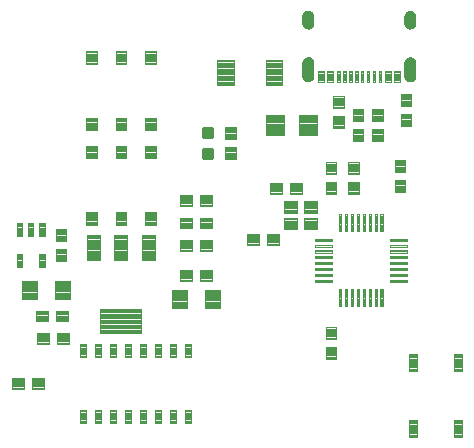
<source format=gtp>
G04 EAGLE Gerber RS-274X export*
G75*
%MOMM*%
%FSLAX34Y34*%
%LPD*%
%INSolderpaste Top*%
%IPPOS*%
%AMOC8*
5,1,8,0,0,1.08239X$1,22.5*%
G01*
%ADD10C,0.100000*%
%ADD11C,0.098000*%
%ADD12C,0.300000*%
%ADD13C,0.096000*%
%ADD14C,0.102000*%
%ADD15C,0.099059*%
%ADD16C,0.097534*%
%ADD17C,0.110000*%
%ADD18C,0.099000*%
%ADD19C,0.106400*%
%ADD20C,0.100800*%

G36*
X311334Y506455D02*
X311334Y506455D01*
X311337Y506451D01*
X312445Y506621D01*
X312451Y506627D01*
X312456Y506624D01*
X313498Y507036D01*
X313502Y507043D01*
X313507Y507041D01*
X314432Y507675D01*
X314434Y507683D01*
X314440Y507682D01*
X315200Y508506D01*
X315201Y508514D01*
X315207Y508514D01*
X315764Y509486D01*
X315764Y509490D01*
X315765Y509491D01*
X315763Y509493D01*
X315763Y509494D01*
X315769Y509496D01*
X316096Y510568D01*
X316095Y510573D01*
X316097Y510574D01*
X316095Y510577D01*
X316098Y510579D01*
X316179Y511696D01*
X316178Y511699D01*
X316179Y511700D01*
X316179Y523700D01*
X316174Y523707D01*
X316178Y523711D01*
X315959Y524655D01*
X315953Y524661D01*
X315955Y524666D01*
X315532Y525538D01*
X315524Y525541D01*
X315526Y525547D01*
X314919Y526303D01*
X314911Y526305D01*
X314911Y526311D01*
X314151Y526912D01*
X314142Y526912D01*
X314141Y526918D01*
X313266Y527336D01*
X313258Y527334D01*
X313256Y527339D01*
X312310Y527552D01*
X312303Y527548D01*
X312299Y527553D01*
X311330Y527549D01*
X311329Y527549D01*
X310261Y527530D01*
X310260Y527530D01*
X310254Y527526D01*
X310250Y527529D01*
X309213Y527273D01*
X309208Y527266D01*
X309202Y527269D01*
X308248Y526788D01*
X308245Y526781D01*
X308239Y526782D01*
X307416Y526101D01*
X307414Y526093D01*
X307408Y526093D01*
X306757Y525246D01*
X306757Y525238D01*
X306751Y525237D01*
X306304Y524266D01*
X306306Y524258D01*
X306301Y524256D01*
X306082Y523210D01*
X306085Y523203D01*
X306081Y523200D01*
X306081Y511200D01*
X306084Y511195D01*
X306081Y511192D01*
X306261Y510097D01*
X306267Y510091D01*
X306264Y510086D01*
X306683Y509058D01*
X306690Y509054D01*
X306688Y509049D01*
X307326Y508140D01*
X307333Y508138D01*
X307333Y508132D01*
X308156Y507388D01*
X308164Y507387D01*
X308165Y507381D01*
X309133Y506839D01*
X309142Y506840D01*
X309144Y506834D01*
X310208Y506521D01*
X310216Y506524D01*
X310219Y506519D01*
X311327Y506451D01*
X311334Y506455D01*
G37*
G36*
X397832Y506454D02*
X397832Y506454D01*
X397836Y506451D01*
X398881Y506569D01*
X398887Y506575D01*
X398892Y506571D01*
X399886Y506919D01*
X399890Y506926D01*
X399895Y506924D01*
X400787Y507484D01*
X400790Y507491D01*
X400795Y507491D01*
X401539Y508235D01*
X401541Y508243D01*
X401546Y508243D01*
X402106Y509135D01*
X402106Y509142D01*
X402107Y509143D01*
X402111Y509144D01*
X402459Y510138D01*
X402456Y510146D01*
X402461Y510149D01*
X402579Y511195D01*
X402577Y511198D01*
X402579Y511200D01*
X402579Y523200D01*
X402576Y523205D01*
X402579Y523208D01*
X402421Y524204D01*
X402415Y524210D01*
X402418Y524215D01*
X402043Y525151D01*
X402036Y525155D01*
X402038Y525161D01*
X401464Y525990D01*
X401456Y525993D01*
X401457Y525998D01*
X400713Y526679D01*
X400704Y526680D01*
X400704Y526686D01*
X399827Y527184D01*
X399819Y527183D01*
X399816Y527188D01*
X398851Y527479D01*
X398843Y527476D01*
X398840Y527481D01*
X397833Y527549D01*
X397831Y527548D01*
X397830Y527549D01*
X396749Y527540D01*
X396742Y527535D01*
X396738Y527539D01*
X395686Y527290D01*
X395681Y527283D01*
X395676Y527286D01*
X394706Y526809D01*
X394703Y526801D01*
X394697Y526803D01*
X393858Y526122D01*
X393856Y526114D01*
X393850Y526114D01*
X393184Y525264D01*
X393183Y525255D01*
X393178Y525254D01*
X392717Y524277D01*
X392719Y524269D01*
X392714Y524266D01*
X392482Y523211D01*
X392485Y523203D01*
X392481Y523200D01*
X392481Y511200D01*
X392485Y511195D01*
X392481Y511192D01*
X392674Y510086D01*
X392680Y510081D01*
X392677Y510076D01*
X393110Y509041D01*
X393117Y509037D01*
X393115Y509032D01*
X393768Y508119D01*
X393776Y508117D01*
X393775Y508111D01*
X394614Y507367D01*
X394623Y507366D01*
X394623Y507361D01*
X395607Y506822D01*
X395615Y506823D01*
X395617Y506818D01*
X396696Y506511D01*
X396704Y506514D01*
X396707Y506509D01*
X397827Y506451D01*
X397832Y506454D01*
G37*
G36*
X311334Y550956D02*
X311334Y550956D01*
X311339Y550952D01*
X312476Y551159D01*
X312482Y551165D01*
X312487Y551162D01*
X313549Y551617D01*
X313553Y551624D01*
X313559Y551622D01*
X314494Y552302D01*
X314496Y552310D01*
X314502Y552309D01*
X315262Y553180D01*
X315262Y553188D01*
X315268Y553189D01*
X315815Y554208D01*
X315814Y554216D01*
X315819Y554218D01*
X315825Y554237D01*
X315838Y554286D01*
X315852Y554336D01*
X315865Y554385D01*
X315879Y554434D01*
X315892Y554483D01*
X315893Y554483D01*
X315892Y554483D01*
X315906Y554533D01*
X315920Y554582D01*
X315933Y554631D01*
X315947Y554680D01*
X315960Y554730D01*
X315974Y554779D01*
X315987Y554828D01*
X316001Y554877D01*
X316015Y554927D01*
X316028Y554976D01*
X316042Y555025D01*
X316126Y555332D01*
X316123Y555340D01*
X316128Y555343D01*
X316179Y556498D01*
X316178Y556499D01*
X316179Y556500D01*
X316179Y562500D01*
X316175Y562506D01*
X316178Y562509D01*
X315966Y563590D01*
X315960Y563595D01*
X315963Y563600D01*
X315516Y564606D01*
X315509Y564610D01*
X315511Y564616D01*
X314851Y565497D01*
X314843Y565500D01*
X314843Y565505D01*
X314004Y566218D01*
X313996Y566218D01*
X313995Y566224D01*
X313018Y566732D01*
X313010Y566731D01*
X313008Y566736D01*
X311943Y567014D01*
X311935Y567011D01*
X311932Y567015D01*
X310832Y567049D01*
X310826Y567046D01*
X310823Y567049D01*
X309748Y566894D01*
X309742Y566888D01*
X309737Y566891D01*
X308723Y566501D01*
X308719Y566494D01*
X308713Y566496D01*
X307811Y565889D01*
X307809Y565881D01*
X307803Y565882D01*
X307059Y565090D01*
X307058Y565082D01*
X307052Y565082D01*
X306503Y564144D01*
X306504Y564136D01*
X306498Y564134D01*
X306171Y563098D01*
X306174Y563090D01*
X306169Y563087D01*
X306081Y562004D01*
X306083Y562001D01*
X306081Y562000D01*
X306081Y556000D01*
X306084Y555996D01*
X306081Y555994D01*
X306231Y554861D01*
X306237Y554855D01*
X306234Y554850D01*
X306632Y553780D01*
X306639Y553776D01*
X306637Y553770D01*
X307264Y552815D01*
X307272Y552812D01*
X307271Y552807D01*
X308094Y552015D01*
X308102Y552014D01*
X308103Y552008D01*
X309082Y551419D01*
X309090Y551420D01*
X309092Y551415D01*
X310177Y551059D01*
X310185Y551062D01*
X310188Y551057D01*
X311325Y550951D01*
X311334Y550956D01*
G37*
G36*
X398472Y551057D02*
X398472Y551057D01*
X398478Y551062D01*
X398483Y551059D01*
X399568Y551415D01*
X399573Y551422D01*
X399578Y551419D01*
X400557Y552008D01*
X400560Y552016D01*
X400566Y552015D01*
X401389Y552807D01*
X401390Y552815D01*
X401396Y552815D01*
X402023Y553770D01*
X402022Y553778D01*
X402028Y553780D01*
X402426Y554850D01*
X402424Y554858D01*
X402429Y554861D01*
X402579Y555994D01*
X402576Y555998D01*
X402579Y556000D01*
X402579Y562000D01*
X402576Y562004D01*
X402579Y562006D01*
X402429Y563139D01*
X402423Y563145D01*
X402426Y563150D01*
X402028Y564220D01*
X402021Y564224D01*
X402023Y564230D01*
X401396Y565185D01*
X401388Y565188D01*
X401389Y565193D01*
X400566Y565985D01*
X400558Y565986D01*
X400557Y565992D01*
X399578Y566581D01*
X399570Y566580D01*
X399568Y566585D01*
X398483Y566941D01*
X398475Y566939D01*
X398472Y566943D01*
X397335Y567049D01*
X397328Y567045D01*
X397324Y567049D01*
X396236Y566904D01*
X396230Y566898D01*
X396225Y566901D01*
X395197Y566518D01*
X395192Y566511D01*
X395187Y566513D01*
X394270Y565910D01*
X394267Y565902D01*
X394261Y565903D01*
X393501Y565111D01*
X393500Y565103D01*
X393494Y565102D01*
X392930Y564161D01*
X392931Y564153D01*
X392925Y564151D01*
X392584Y563108D01*
X392586Y563100D01*
X392582Y563097D01*
X392481Y562005D01*
X392483Y562002D01*
X392481Y562000D01*
X392481Y556000D01*
X392483Y555997D01*
X392481Y555996D01*
X392582Y554903D01*
X392587Y554897D01*
X392584Y554892D01*
X392925Y553849D01*
X392932Y553844D01*
X392930Y553839D01*
X393494Y552898D01*
X393502Y552895D01*
X393501Y552889D01*
X394261Y552097D01*
X394269Y552096D01*
X394270Y552090D01*
X395187Y551488D01*
X395195Y551488D01*
X395197Y551483D01*
X396225Y551099D01*
X396233Y551101D01*
X396236Y551096D01*
X397324Y550951D01*
X397331Y550955D01*
X397335Y550951D01*
X398472Y551057D01*
G37*
D10*
X295600Y421060D02*
X305600Y421060D01*
X305600Y412060D01*
X295600Y412060D01*
X295600Y421060D01*
X295600Y413010D02*
X305600Y413010D01*
X305600Y413960D02*
X295600Y413960D01*
X295600Y414910D02*
X305600Y414910D01*
X305600Y415860D02*
X295600Y415860D01*
X295600Y416810D02*
X305600Y416810D01*
X305600Y417760D02*
X295600Y417760D01*
X295600Y418710D02*
X305600Y418710D01*
X305600Y419660D02*
X295600Y419660D01*
X295600Y420610D02*
X305600Y420610D01*
X288600Y421060D02*
X278600Y421060D01*
X288600Y421060D02*
X288600Y412060D01*
X278600Y412060D01*
X278600Y421060D01*
X278600Y413010D02*
X288600Y413010D01*
X288600Y413960D02*
X278600Y413960D01*
X278600Y414910D02*
X288600Y414910D01*
X288600Y415860D02*
X278600Y415860D01*
X278600Y416810D02*
X288600Y416810D01*
X288600Y417760D02*
X278600Y417760D01*
X278600Y418710D02*
X288600Y418710D01*
X288600Y419660D02*
X278600Y419660D01*
X278600Y420610D02*
X288600Y420610D01*
X212400Y382850D02*
X202400Y382850D01*
X202400Y391850D01*
X212400Y391850D01*
X212400Y382850D01*
X212400Y383800D02*
X202400Y383800D01*
X202400Y384750D02*
X212400Y384750D01*
X212400Y385700D02*
X202400Y385700D01*
X202400Y386650D02*
X212400Y386650D01*
X212400Y387600D02*
X202400Y387600D01*
X202400Y388550D02*
X212400Y388550D01*
X212400Y389500D02*
X202400Y389500D01*
X202400Y390450D02*
X212400Y390450D01*
X212400Y391400D02*
X202400Y391400D01*
X219400Y382850D02*
X229400Y382850D01*
X219400Y382850D02*
X219400Y391850D01*
X229400Y391850D01*
X229400Y382850D01*
X229400Y383800D02*
X219400Y383800D01*
X219400Y384750D02*
X229400Y384750D01*
X229400Y385700D02*
X219400Y385700D01*
X219400Y386650D02*
X229400Y386650D01*
X229400Y387600D02*
X219400Y387600D01*
X219400Y388550D02*
X229400Y388550D01*
X229400Y389500D02*
X219400Y389500D01*
X219400Y390450D02*
X229400Y390450D01*
X229400Y391400D02*
X219400Y391400D01*
D11*
X81410Y337710D02*
X81410Y322690D01*
X68390Y322690D01*
X68390Y337710D01*
X81410Y337710D01*
X81410Y323621D02*
X68390Y323621D01*
X68390Y324552D02*
X81410Y324552D01*
X81410Y325483D02*
X68390Y325483D01*
X68390Y326414D02*
X81410Y326414D01*
X81410Y327345D02*
X68390Y327345D01*
X68390Y328276D02*
X81410Y328276D01*
X81410Y329207D02*
X68390Y329207D01*
X68390Y330138D02*
X81410Y330138D01*
X81410Y331069D02*
X68390Y331069D01*
X68390Y332000D02*
X81410Y332000D01*
X81410Y332931D02*
X68390Y332931D01*
X68390Y333862D02*
X81410Y333862D01*
X81410Y334793D02*
X68390Y334793D01*
X68390Y335724D02*
X81410Y335724D01*
X81410Y336655D02*
X68390Y336655D01*
X68390Y337586D02*
X81410Y337586D01*
X109410Y337710D02*
X109410Y322690D01*
X96390Y322690D01*
X96390Y337710D01*
X109410Y337710D01*
X109410Y323621D02*
X96390Y323621D01*
X96390Y324552D02*
X109410Y324552D01*
X109410Y325483D02*
X96390Y325483D01*
X96390Y326414D02*
X109410Y326414D01*
X109410Y327345D02*
X96390Y327345D01*
X96390Y328276D02*
X109410Y328276D01*
X109410Y329207D02*
X96390Y329207D01*
X96390Y330138D02*
X109410Y330138D01*
X109410Y331069D02*
X96390Y331069D01*
X96390Y332000D02*
X109410Y332000D01*
X109410Y332931D02*
X96390Y332931D01*
X96390Y333862D02*
X109410Y333862D01*
X109410Y334793D02*
X96390Y334793D01*
X96390Y335724D02*
X109410Y335724D01*
X109410Y336655D02*
X96390Y336655D01*
X96390Y337586D02*
X109410Y337586D01*
X223390Y330090D02*
X223390Y315070D01*
X223390Y330090D02*
X236410Y330090D01*
X236410Y315070D01*
X223390Y315070D01*
X223390Y316001D02*
X236410Y316001D01*
X236410Y316932D02*
X223390Y316932D01*
X223390Y317863D02*
X236410Y317863D01*
X236410Y318794D02*
X223390Y318794D01*
X223390Y319725D02*
X236410Y319725D01*
X236410Y320656D02*
X223390Y320656D01*
X223390Y321587D02*
X236410Y321587D01*
X236410Y322518D02*
X223390Y322518D01*
X223390Y323449D02*
X236410Y323449D01*
X236410Y324380D02*
X223390Y324380D01*
X223390Y325311D02*
X236410Y325311D01*
X236410Y326242D02*
X223390Y326242D01*
X223390Y327173D02*
X236410Y327173D01*
X236410Y328104D02*
X223390Y328104D01*
X223390Y329035D02*
X236410Y329035D01*
X236410Y329966D02*
X223390Y329966D01*
X195390Y330090D02*
X195390Y315070D01*
X195390Y330090D02*
X208410Y330090D01*
X208410Y315070D01*
X195390Y315070D01*
X195390Y316001D02*
X208410Y316001D01*
X208410Y316932D02*
X195390Y316932D01*
X195390Y317863D02*
X208410Y317863D01*
X208410Y318794D02*
X195390Y318794D01*
X195390Y319725D02*
X208410Y319725D01*
X208410Y320656D02*
X195390Y320656D01*
X195390Y321587D02*
X208410Y321587D01*
X208410Y322518D02*
X195390Y322518D01*
X195390Y323449D02*
X208410Y323449D01*
X208410Y324380D02*
X195390Y324380D01*
X195390Y325311D02*
X208410Y325311D01*
X208410Y326242D02*
X195390Y326242D01*
X195390Y327173D02*
X208410Y327173D01*
X208410Y328104D02*
X195390Y328104D01*
X195390Y329035D02*
X208410Y329035D01*
X208410Y329966D02*
X195390Y329966D01*
D10*
X106100Y354800D02*
X106100Y364800D01*
X106100Y354800D02*
X97100Y354800D01*
X97100Y364800D01*
X106100Y364800D01*
X106100Y355750D02*
X97100Y355750D01*
X97100Y356700D02*
X106100Y356700D01*
X106100Y357650D02*
X97100Y357650D01*
X97100Y358600D02*
X106100Y358600D01*
X106100Y359550D02*
X97100Y359550D01*
X97100Y360500D02*
X106100Y360500D01*
X106100Y361450D02*
X97100Y361450D01*
X97100Y362400D02*
X106100Y362400D01*
X106100Y363350D02*
X97100Y363350D01*
X97100Y364300D02*
X106100Y364300D01*
X106100Y371800D02*
X106100Y381800D01*
X106100Y371800D02*
X97100Y371800D01*
X97100Y381800D01*
X106100Y381800D01*
X106100Y372750D02*
X97100Y372750D01*
X97100Y373700D02*
X106100Y373700D01*
X106100Y374650D02*
X97100Y374650D01*
X97100Y375600D02*
X106100Y375600D01*
X106100Y376550D02*
X97100Y376550D01*
X97100Y377500D02*
X106100Y377500D01*
X106100Y378450D02*
X97100Y378450D01*
X97100Y379400D02*
X106100Y379400D01*
X106100Y380350D02*
X97100Y380350D01*
X97100Y381300D02*
X106100Y381300D01*
X276550Y377880D02*
X286550Y377880D01*
X286550Y368880D01*
X276550Y368880D01*
X276550Y377880D01*
X276550Y369830D02*
X286550Y369830D01*
X286550Y370780D02*
X276550Y370780D01*
X276550Y371730D02*
X286550Y371730D01*
X286550Y372680D02*
X276550Y372680D01*
X276550Y373630D02*
X286550Y373630D01*
X286550Y374580D02*
X276550Y374580D01*
X276550Y375530D02*
X286550Y375530D01*
X286550Y376480D02*
X276550Y376480D01*
X276550Y377430D02*
X286550Y377430D01*
X269550Y377880D02*
X259550Y377880D01*
X269550Y377880D02*
X269550Y368880D01*
X259550Y368880D01*
X259550Y377880D01*
X259550Y369830D02*
X269550Y369830D01*
X269550Y370780D02*
X259550Y370780D01*
X259550Y371730D02*
X269550Y371730D01*
X269550Y372680D02*
X259550Y372680D01*
X259550Y373630D02*
X269550Y373630D01*
X269550Y374580D02*
X259550Y374580D01*
X259550Y375530D02*
X269550Y375530D01*
X269550Y376480D02*
X259550Y376480D01*
X259550Y377430D02*
X269550Y377430D01*
D12*
X229560Y449390D02*
X222560Y449390D01*
X229560Y449390D02*
X229560Y442390D01*
X222560Y442390D01*
X222560Y449390D01*
X222560Y445240D02*
X229560Y445240D01*
X229560Y448090D02*
X222560Y448090D01*
X222560Y466930D02*
X229560Y466930D01*
X229560Y459930D01*
X222560Y459930D01*
X222560Y466930D01*
X222560Y462780D02*
X229560Y462780D01*
X229560Y465630D02*
X222560Y465630D01*
D13*
X303660Y478420D02*
X318700Y478420D01*
X318700Y461380D01*
X303660Y461380D01*
X303660Y478420D01*
X303660Y462292D02*
X318700Y462292D01*
X318700Y463204D02*
X303660Y463204D01*
X303660Y464116D02*
X318700Y464116D01*
X318700Y465028D02*
X303660Y465028D01*
X303660Y465940D02*
X318700Y465940D01*
X318700Y466852D02*
X303660Y466852D01*
X303660Y467764D02*
X318700Y467764D01*
X318700Y468676D02*
X303660Y468676D01*
X303660Y469588D02*
X318700Y469588D01*
X318700Y470500D02*
X303660Y470500D01*
X303660Y471412D02*
X318700Y471412D01*
X318700Y472324D02*
X303660Y472324D01*
X303660Y473236D02*
X318700Y473236D01*
X318700Y474148D02*
X303660Y474148D01*
X303660Y475060D02*
X318700Y475060D01*
X318700Y475972D02*
X303660Y475972D01*
X303660Y476884D02*
X318700Y476884D01*
X318700Y477796D02*
X303660Y477796D01*
X290700Y478420D02*
X275660Y478420D01*
X290700Y478420D02*
X290700Y461380D01*
X275660Y461380D01*
X275660Y478420D01*
X275660Y462292D02*
X290700Y462292D01*
X290700Y463204D02*
X275660Y463204D01*
X275660Y464116D02*
X290700Y464116D01*
X290700Y465028D02*
X275660Y465028D01*
X275660Y465940D02*
X290700Y465940D01*
X290700Y466852D02*
X275660Y466852D01*
X275660Y467764D02*
X290700Y467764D01*
X290700Y468676D02*
X275660Y468676D01*
X275660Y469588D02*
X290700Y469588D01*
X290700Y470500D02*
X275660Y470500D01*
X275660Y471412D02*
X290700Y471412D01*
X290700Y472324D02*
X275660Y472324D01*
X275660Y473236D02*
X290700Y473236D01*
X290700Y474148D02*
X275660Y474148D01*
X275660Y475060D02*
X290700Y475060D01*
X290700Y475972D02*
X275660Y475972D01*
X275660Y476884D02*
X290700Y476884D01*
X290700Y477796D02*
X275660Y477796D01*
D14*
X345840Y515890D02*
X347820Y515890D01*
X347820Y506910D01*
X345840Y506910D01*
X345840Y515890D01*
X345840Y507879D02*
X347820Y507879D01*
X347820Y508848D02*
X345840Y508848D01*
X345840Y509817D02*
X347820Y509817D01*
X347820Y510786D02*
X345840Y510786D01*
X345840Y511755D02*
X347820Y511755D01*
X347820Y512724D02*
X345840Y512724D01*
X345840Y513693D02*
X347820Y513693D01*
X347820Y514662D02*
X345840Y514662D01*
X345840Y515631D02*
X347820Y515631D01*
X350840Y515890D02*
X352820Y515890D01*
X352820Y506910D01*
X350840Y506910D01*
X350840Y515890D01*
X350840Y507879D02*
X352820Y507879D01*
X352820Y508848D02*
X350840Y508848D01*
X350840Y509817D02*
X352820Y509817D01*
X352820Y510786D02*
X350840Y510786D01*
X350840Y511755D02*
X352820Y511755D01*
X352820Y512724D02*
X350840Y512724D01*
X350840Y513693D02*
X352820Y513693D01*
X352820Y514662D02*
X350840Y514662D01*
X350840Y515631D02*
X352820Y515631D01*
X324570Y515890D02*
X319590Y515890D01*
X324570Y515890D02*
X324570Y506910D01*
X319590Y506910D01*
X319590Y515890D01*
X319590Y507879D02*
X324570Y507879D01*
X324570Y508848D02*
X319590Y508848D01*
X319590Y509817D02*
X324570Y509817D01*
X324570Y510786D02*
X319590Y510786D01*
X319590Y511755D02*
X324570Y511755D01*
X324570Y512724D02*
X319590Y512724D01*
X319590Y513693D02*
X324570Y513693D01*
X324570Y514662D02*
X319590Y514662D01*
X319590Y515631D02*
X324570Y515631D01*
X327340Y515890D02*
X332320Y515890D01*
X332320Y506910D01*
X327340Y506910D01*
X327340Y515890D01*
X327340Y507879D02*
X332320Y507879D01*
X332320Y508848D02*
X327340Y508848D01*
X327340Y509817D02*
X332320Y509817D01*
X332320Y510786D02*
X327340Y510786D01*
X327340Y511755D02*
X332320Y511755D01*
X332320Y512724D02*
X327340Y512724D01*
X327340Y513693D02*
X332320Y513693D01*
X332320Y514662D02*
X327340Y514662D01*
X327340Y515631D02*
X332320Y515631D01*
X335840Y515890D02*
X337820Y515890D01*
X337820Y506910D01*
X335840Y506910D01*
X335840Y515890D01*
X335840Y507879D02*
X337820Y507879D01*
X337820Y508848D02*
X335840Y508848D01*
X335840Y509817D02*
X337820Y509817D01*
X337820Y510786D02*
X335840Y510786D01*
X335840Y511755D02*
X337820Y511755D01*
X337820Y512724D02*
X335840Y512724D01*
X335840Y513693D02*
X337820Y513693D01*
X337820Y514662D02*
X335840Y514662D01*
X335840Y515631D02*
X337820Y515631D01*
X340840Y515890D02*
X342820Y515890D01*
X342820Y506910D01*
X340840Y506910D01*
X340840Y515890D01*
X340840Y507879D02*
X342820Y507879D01*
X342820Y508848D02*
X340840Y508848D01*
X340840Y509817D02*
X342820Y509817D01*
X342820Y510786D02*
X340840Y510786D01*
X340840Y511755D02*
X342820Y511755D01*
X342820Y512724D02*
X340840Y512724D01*
X340840Y513693D02*
X342820Y513693D01*
X342820Y514662D02*
X340840Y514662D01*
X340840Y515631D02*
X342820Y515631D01*
X360840Y506910D02*
X362820Y506910D01*
X360840Y506910D02*
X360840Y515890D01*
X362820Y515890D01*
X362820Y506910D01*
X362820Y507879D02*
X360840Y507879D01*
X360840Y508848D02*
X362820Y508848D01*
X362820Y509817D02*
X360840Y509817D01*
X360840Y510786D02*
X362820Y510786D01*
X362820Y511755D02*
X360840Y511755D01*
X360840Y512724D02*
X362820Y512724D01*
X362820Y513693D02*
X360840Y513693D01*
X360840Y514662D02*
X362820Y514662D01*
X362820Y515631D02*
X360840Y515631D01*
X357820Y506910D02*
X355840Y506910D01*
X355840Y515890D01*
X357820Y515890D01*
X357820Y506910D01*
X357820Y507879D02*
X355840Y507879D01*
X355840Y508848D02*
X357820Y508848D01*
X357820Y509817D02*
X355840Y509817D01*
X355840Y510786D02*
X357820Y510786D01*
X357820Y511755D02*
X355840Y511755D01*
X355840Y512724D02*
X357820Y512724D01*
X357820Y513693D02*
X355840Y513693D01*
X355840Y514662D02*
X357820Y514662D01*
X357820Y515631D02*
X355840Y515631D01*
X384090Y506910D02*
X389070Y506910D01*
X384090Y506910D02*
X384090Y515890D01*
X389070Y515890D01*
X389070Y506910D01*
X389070Y507879D02*
X384090Y507879D01*
X384090Y508848D02*
X389070Y508848D01*
X389070Y509817D02*
X384090Y509817D01*
X384090Y510786D02*
X389070Y510786D01*
X389070Y511755D02*
X384090Y511755D01*
X384090Y512724D02*
X389070Y512724D01*
X389070Y513693D02*
X384090Y513693D01*
X384090Y514662D02*
X389070Y514662D01*
X389070Y515631D02*
X384090Y515631D01*
X381320Y506910D02*
X376340Y506910D01*
X376340Y515890D01*
X381320Y515890D01*
X381320Y506910D01*
X381320Y507879D02*
X376340Y507879D01*
X376340Y508848D02*
X381320Y508848D01*
X381320Y509817D02*
X376340Y509817D01*
X376340Y510786D02*
X381320Y510786D01*
X381320Y511755D02*
X376340Y511755D01*
X376340Y512724D02*
X381320Y512724D01*
X381320Y513693D02*
X376340Y513693D01*
X376340Y514662D02*
X381320Y514662D01*
X381320Y515631D02*
X376340Y515631D01*
X372820Y506910D02*
X370840Y506910D01*
X370840Y515890D01*
X372820Y515890D01*
X372820Y506910D01*
X372820Y507879D02*
X370840Y507879D01*
X370840Y508848D02*
X372820Y508848D01*
X372820Y509817D02*
X370840Y509817D01*
X370840Y510786D02*
X372820Y510786D01*
X372820Y511755D02*
X370840Y511755D01*
X370840Y512724D02*
X372820Y512724D01*
X372820Y513693D02*
X370840Y513693D01*
X370840Y514662D02*
X372820Y514662D01*
X372820Y515631D02*
X370840Y515631D01*
X367820Y506910D02*
X365840Y506910D01*
X365840Y515890D01*
X367820Y515890D01*
X367820Y506910D01*
X367820Y507879D02*
X365840Y507879D01*
X365840Y508848D02*
X367820Y508848D01*
X367820Y509817D02*
X365840Y509817D01*
X365840Y510786D02*
X367820Y510786D01*
X367820Y511755D02*
X365840Y511755D01*
X365840Y512724D02*
X367820Y512724D01*
X367820Y513693D02*
X365840Y513693D01*
X365840Y514662D02*
X367820Y514662D01*
X367820Y515631D02*
X365840Y515631D01*
D10*
X240610Y468160D02*
X240610Y458160D01*
X240610Y468160D02*
X249610Y468160D01*
X249610Y458160D01*
X240610Y458160D01*
X240610Y459110D02*
X249610Y459110D01*
X249610Y460060D02*
X240610Y460060D01*
X240610Y461010D02*
X249610Y461010D01*
X249610Y461960D02*
X240610Y461960D01*
X240610Y462910D02*
X249610Y462910D01*
X249610Y463860D02*
X240610Y463860D01*
X240610Y464810D02*
X249610Y464810D01*
X249610Y465760D02*
X240610Y465760D01*
X240610Y466710D02*
X249610Y466710D01*
X249610Y467660D02*
X240610Y467660D01*
X240610Y451160D02*
X240610Y441160D01*
X240610Y451160D02*
X249610Y451160D01*
X249610Y441160D01*
X240610Y441160D01*
X240610Y442110D02*
X249610Y442110D01*
X249610Y443060D02*
X240610Y443060D01*
X240610Y444010D02*
X249610Y444010D01*
X249610Y444960D02*
X240610Y444960D01*
X240610Y445910D02*
X249610Y445910D01*
X249610Y446860D02*
X240610Y446860D01*
X240610Y447810D02*
X249610Y447810D01*
X249610Y448760D02*
X240610Y448760D01*
X240610Y449710D02*
X249610Y449710D01*
X249610Y450660D02*
X240610Y450660D01*
X365070Y473400D02*
X365070Y483400D01*
X374070Y483400D01*
X374070Y473400D01*
X365070Y473400D01*
X365070Y474350D02*
X374070Y474350D01*
X374070Y475300D02*
X365070Y475300D01*
X365070Y476250D02*
X374070Y476250D01*
X374070Y477200D02*
X365070Y477200D01*
X365070Y478150D02*
X374070Y478150D01*
X374070Y479100D02*
X365070Y479100D01*
X365070Y480050D02*
X374070Y480050D01*
X374070Y481000D02*
X365070Y481000D01*
X365070Y481950D02*
X374070Y481950D01*
X374070Y482900D02*
X365070Y482900D01*
X365070Y466400D02*
X365070Y456400D01*
X365070Y466400D02*
X374070Y466400D01*
X374070Y456400D01*
X365070Y456400D01*
X365070Y457350D02*
X374070Y457350D01*
X374070Y458300D02*
X365070Y458300D01*
X365070Y459250D02*
X374070Y459250D01*
X374070Y460200D02*
X365070Y460200D01*
X365070Y461150D02*
X374070Y461150D01*
X374070Y462100D02*
X365070Y462100D01*
X365070Y463050D02*
X374070Y463050D01*
X374070Y464000D02*
X365070Y464000D01*
X365070Y464950D02*
X374070Y464950D01*
X374070Y465900D02*
X365070Y465900D01*
X348560Y473400D02*
X348560Y483400D01*
X357560Y483400D01*
X357560Y473400D01*
X348560Y473400D01*
X348560Y474350D02*
X357560Y474350D01*
X357560Y475300D02*
X348560Y475300D01*
X348560Y476250D02*
X357560Y476250D01*
X357560Y477200D02*
X348560Y477200D01*
X348560Y478150D02*
X357560Y478150D01*
X357560Y479100D02*
X348560Y479100D01*
X348560Y480050D02*
X357560Y480050D01*
X357560Y481000D02*
X348560Y481000D01*
X348560Y481950D02*
X357560Y481950D01*
X357560Y482900D02*
X348560Y482900D01*
X348560Y466400D02*
X348560Y456400D01*
X348560Y466400D02*
X357560Y466400D01*
X357560Y456400D01*
X348560Y456400D01*
X348560Y457350D02*
X357560Y457350D01*
X357560Y458300D02*
X348560Y458300D01*
X348560Y459250D02*
X357560Y459250D01*
X357560Y460200D02*
X348560Y460200D01*
X348560Y461150D02*
X357560Y461150D01*
X357560Y462100D02*
X348560Y462100D01*
X348560Y463050D02*
X357560Y463050D01*
X357560Y464000D02*
X348560Y464000D01*
X348560Y464950D02*
X357560Y464950D01*
X357560Y465900D02*
X348560Y465900D01*
X393120Y423220D02*
X393120Y413220D01*
X384120Y413220D01*
X384120Y423220D01*
X393120Y423220D01*
X393120Y414170D02*
X384120Y414170D01*
X384120Y415120D02*
X393120Y415120D01*
X393120Y416070D02*
X384120Y416070D01*
X384120Y417020D02*
X393120Y417020D01*
X393120Y417970D02*
X384120Y417970D01*
X384120Y418920D02*
X393120Y418920D01*
X393120Y419870D02*
X384120Y419870D01*
X384120Y420820D02*
X393120Y420820D01*
X393120Y421770D02*
X384120Y421770D01*
X384120Y422720D02*
X393120Y422720D01*
X393120Y430220D02*
X393120Y440220D01*
X393120Y430220D02*
X384120Y430220D01*
X384120Y440220D01*
X393120Y440220D01*
X393120Y431170D02*
X384120Y431170D01*
X384120Y432120D02*
X393120Y432120D01*
X393120Y433070D02*
X384120Y433070D01*
X384120Y434020D02*
X393120Y434020D01*
X393120Y434970D02*
X384120Y434970D01*
X384120Y435920D02*
X393120Y435920D01*
X393120Y436870D02*
X384120Y436870D01*
X384120Y437820D02*
X393120Y437820D01*
X393120Y438770D02*
X384120Y438770D01*
X384120Y439720D02*
X393120Y439720D01*
X229400Y410900D02*
X219400Y410900D01*
X229400Y410900D02*
X229400Y401900D01*
X219400Y401900D01*
X219400Y410900D01*
X219400Y402850D02*
X229400Y402850D01*
X229400Y403800D02*
X219400Y403800D01*
X219400Y404750D02*
X229400Y404750D01*
X229400Y405700D02*
X219400Y405700D01*
X219400Y406650D02*
X229400Y406650D01*
X229400Y407600D02*
X219400Y407600D01*
X219400Y408550D02*
X229400Y408550D01*
X229400Y409500D02*
X219400Y409500D01*
X219400Y410450D02*
X229400Y410450D01*
X212400Y410900D02*
X202400Y410900D01*
X212400Y410900D02*
X212400Y401900D01*
X202400Y401900D01*
X202400Y410900D01*
X202400Y402850D02*
X212400Y402850D01*
X212400Y403800D02*
X202400Y403800D01*
X202400Y404750D02*
X212400Y404750D01*
X212400Y405700D02*
X202400Y405700D01*
X202400Y406650D02*
X212400Y406650D01*
X212400Y407600D02*
X202400Y407600D01*
X202400Y408550D02*
X212400Y408550D01*
X212400Y409500D02*
X202400Y409500D01*
X202400Y410450D02*
X212400Y410450D01*
X212400Y363800D02*
X202400Y363800D01*
X202400Y372800D01*
X212400Y372800D01*
X212400Y363800D01*
X212400Y364750D02*
X202400Y364750D01*
X202400Y365700D02*
X212400Y365700D01*
X212400Y366650D02*
X202400Y366650D01*
X202400Y367600D02*
X212400Y367600D01*
X212400Y368550D02*
X202400Y368550D01*
X202400Y369500D02*
X212400Y369500D01*
X212400Y370450D02*
X202400Y370450D01*
X202400Y371400D02*
X212400Y371400D01*
X212400Y372350D02*
X202400Y372350D01*
X219400Y363800D02*
X229400Y363800D01*
X219400Y363800D02*
X219400Y372800D01*
X229400Y372800D01*
X229400Y363800D01*
X229400Y364750D02*
X219400Y364750D01*
X219400Y365700D02*
X229400Y365700D01*
X229400Y366650D02*
X219400Y366650D01*
X219400Y367600D02*
X229400Y367600D01*
X229400Y368550D02*
X219400Y368550D01*
X219400Y369500D02*
X229400Y369500D01*
X229400Y370450D02*
X219400Y370450D01*
X219400Y371400D02*
X229400Y371400D01*
X229400Y372350D02*
X219400Y372350D01*
D15*
X396735Y220485D02*
X403365Y220485D01*
X403365Y206235D01*
X396735Y206235D01*
X396735Y220485D01*
X396735Y207176D02*
X403365Y207176D01*
X403365Y208117D02*
X396735Y208117D01*
X396735Y209058D02*
X403365Y209058D01*
X403365Y209999D02*
X396735Y209999D01*
X396735Y210940D02*
X403365Y210940D01*
X403365Y211881D02*
X396735Y211881D01*
X396735Y212822D02*
X403365Y212822D01*
X403365Y213763D02*
X396735Y213763D01*
X396735Y214704D02*
X403365Y214704D01*
X403365Y215645D02*
X396735Y215645D01*
X396735Y216586D02*
X403365Y216586D01*
X403365Y217527D02*
X396735Y217527D01*
X396735Y218468D02*
X403365Y218468D01*
X403365Y219409D02*
X396735Y219409D01*
X396735Y220350D02*
X403365Y220350D01*
X403365Y276365D02*
X396735Y276365D01*
X403365Y276365D02*
X403365Y262115D01*
X396735Y262115D01*
X396735Y276365D01*
X396735Y263056D02*
X403365Y263056D01*
X403365Y263997D02*
X396735Y263997D01*
X396735Y264938D02*
X403365Y264938D01*
X403365Y265879D02*
X396735Y265879D01*
X396735Y266820D02*
X403365Y266820D01*
X403365Y267761D02*
X396735Y267761D01*
X396735Y268702D02*
X403365Y268702D01*
X403365Y269643D02*
X396735Y269643D01*
X396735Y270584D02*
X403365Y270584D01*
X403365Y271525D02*
X396735Y271525D01*
X396735Y272466D02*
X403365Y272466D01*
X403365Y273407D02*
X396735Y273407D01*
X396735Y274348D02*
X403365Y274348D01*
X403365Y275289D02*
X396735Y275289D01*
X396735Y276230D02*
X403365Y276230D01*
X434835Y220485D02*
X441465Y220485D01*
X441465Y206235D01*
X434835Y206235D01*
X434835Y220485D01*
X434835Y207176D02*
X441465Y207176D01*
X441465Y208117D02*
X434835Y208117D01*
X434835Y209058D02*
X441465Y209058D01*
X441465Y209999D02*
X434835Y209999D01*
X434835Y210940D02*
X441465Y210940D01*
X441465Y211881D02*
X434835Y211881D01*
X434835Y212822D02*
X441465Y212822D01*
X441465Y213763D02*
X434835Y213763D01*
X434835Y214704D02*
X441465Y214704D01*
X441465Y215645D02*
X434835Y215645D01*
X434835Y216586D02*
X441465Y216586D01*
X441465Y217527D02*
X434835Y217527D01*
X434835Y218468D02*
X441465Y218468D01*
X441465Y219409D02*
X434835Y219409D01*
X434835Y220350D02*
X441465Y220350D01*
X441465Y276365D02*
X434835Y276365D01*
X441465Y276365D02*
X441465Y262115D01*
X434835Y262115D01*
X434835Y276365D01*
X434835Y263056D02*
X441465Y263056D01*
X441465Y263997D02*
X434835Y263997D01*
X434835Y264938D02*
X441465Y264938D01*
X441465Y265879D02*
X434835Y265879D01*
X434835Y266820D02*
X441465Y266820D01*
X441465Y267761D02*
X434835Y267761D01*
X434835Y268702D02*
X441465Y268702D01*
X441465Y269643D02*
X434835Y269643D01*
X434835Y270584D02*
X441465Y270584D01*
X441465Y271525D02*
X434835Y271525D01*
X434835Y272466D02*
X441465Y272466D01*
X441465Y273407D02*
X434835Y273407D01*
X434835Y274348D02*
X441465Y274348D01*
X441465Y275289D02*
X434835Y275289D01*
X434835Y276230D02*
X441465Y276230D01*
D16*
X181123Y376957D02*
X169905Y376957D01*
X181123Y376957D02*
X181123Y355579D01*
X169905Y355579D01*
X169905Y376957D01*
X169905Y356505D02*
X181123Y356505D01*
X181123Y357431D02*
X169905Y357431D01*
X169905Y358357D02*
X181123Y358357D01*
X181123Y359283D02*
X169905Y359283D01*
X169905Y360209D02*
X181123Y360209D01*
X181123Y361135D02*
X169905Y361135D01*
X169905Y362061D02*
X181123Y362061D01*
X181123Y362987D02*
X169905Y362987D01*
X169905Y363913D02*
X181123Y363913D01*
X181123Y364839D02*
X169905Y364839D01*
X169905Y365765D02*
X181123Y365765D01*
X181123Y366691D02*
X169905Y366691D01*
X169905Y367617D02*
X181123Y367617D01*
X181123Y368543D02*
X169905Y368543D01*
X169905Y369469D02*
X181123Y369469D01*
X181123Y370395D02*
X169905Y370395D01*
X169905Y371321D02*
X181123Y371321D01*
X181123Y372247D02*
X169905Y372247D01*
X169905Y373173D02*
X181123Y373173D01*
X181123Y374099D02*
X169905Y374099D01*
X169905Y375025D02*
X181123Y375025D01*
X181123Y375951D02*
X169905Y375951D01*
X169905Y376877D02*
X181123Y376877D01*
X158009Y376957D02*
X146791Y376957D01*
X158009Y376957D02*
X158009Y355579D01*
X146791Y355579D01*
X146791Y376957D01*
X146791Y356505D02*
X158009Y356505D01*
X158009Y357431D02*
X146791Y357431D01*
X146791Y358357D02*
X158009Y358357D01*
X158009Y359283D02*
X146791Y359283D01*
X146791Y360209D02*
X158009Y360209D01*
X158009Y361135D02*
X146791Y361135D01*
X146791Y362061D02*
X158009Y362061D01*
X158009Y362987D02*
X146791Y362987D01*
X146791Y363913D02*
X158009Y363913D01*
X158009Y364839D02*
X146791Y364839D01*
X146791Y365765D02*
X158009Y365765D01*
X158009Y366691D02*
X146791Y366691D01*
X146791Y367617D02*
X158009Y367617D01*
X158009Y368543D02*
X146791Y368543D01*
X146791Y369469D02*
X158009Y369469D01*
X158009Y370395D02*
X146791Y370395D01*
X146791Y371321D02*
X158009Y371321D01*
X158009Y372247D02*
X146791Y372247D01*
X146791Y373173D02*
X158009Y373173D01*
X158009Y374099D02*
X146791Y374099D01*
X146791Y375025D02*
X158009Y375025D01*
X158009Y375951D02*
X146791Y375951D01*
X146791Y376877D02*
X158009Y376877D01*
X134895Y376957D02*
X123677Y376957D01*
X134895Y376957D02*
X134895Y355579D01*
X123677Y355579D01*
X123677Y376957D01*
X123677Y356505D02*
X134895Y356505D01*
X134895Y357431D02*
X123677Y357431D01*
X123677Y358357D02*
X134895Y358357D01*
X134895Y359283D02*
X123677Y359283D01*
X123677Y360209D02*
X134895Y360209D01*
X134895Y361135D02*
X123677Y361135D01*
X123677Y362061D02*
X134895Y362061D01*
X134895Y362987D02*
X123677Y362987D01*
X123677Y363913D02*
X134895Y363913D01*
X134895Y364839D02*
X123677Y364839D01*
X123677Y365765D02*
X134895Y365765D01*
X134895Y366691D02*
X123677Y366691D01*
X123677Y367617D02*
X134895Y367617D01*
X134895Y368543D02*
X123677Y368543D01*
X123677Y369469D02*
X134895Y369469D01*
X134895Y370395D02*
X123677Y370395D01*
X123677Y371321D02*
X134895Y371321D01*
X134895Y372247D02*
X123677Y372247D01*
X123677Y373173D02*
X134895Y373173D01*
X134895Y374099D02*
X123677Y374099D01*
X123677Y375025D02*
X134895Y375025D01*
X134895Y375951D02*
X123677Y375951D01*
X123677Y376877D02*
X134895Y376877D01*
D17*
X134950Y314740D02*
X169850Y314740D01*
X169850Y293840D01*
X134950Y293840D01*
X134950Y314740D01*
X134950Y294885D02*
X169850Y294885D01*
X169850Y295930D02*
X134950Y295930D01*
X134950Y296975D02*
X169850Y296975D01*
X169850Y298020D02*
X134950Y298020D01*
X134950Y299065D02*
X169850Y299065D01*
X169850Y300110D02*
X134950Y300110D01*
X134950Y301155D02*
X169850Y301155D01*
X169850Y302200D02*
X134950Y302200D01*
X134950Y303245D02*
X169850Y303245D01*
X169850Y304290D02*
X134950Y304290D01*
X134950Y305335D02*
X169850Y305335D01*
X169850Y306380D02*
X134950Y306380D01*
X134950Y307425D02*
X169850Y307425D01*
X169850Y308470D02*
X134950Y308470D01*
X134950Y309515D02*
X169850Y309515D01*
X169850Y310560D02*
X134950Y310560D01*
X134950Y311605D02*
X169850Y311605D01*
X169850Y312650D02*
X134950Y312650D01*
X134950Y313695D02*
X169850Y313695D01*
X169850Y314740D02*
X134950Y314740D01*
D14*
X123140Y217970D02*
X118160Y217970D01*
X118160Y228950D01*
X123140Y228950D01*
X123140Y217970D01*
X123140Y218939D02*
X118160Y218939D01*
X118160Y219908D02*
X123140Y219908D01*
X123140Y220877D02*
X118160Y220877D01*
X118160Y221846D02*
X123140Y221846D01*
X123140Y222815D02*
X118160Y222815D01*
X118160Y223784D02*
X123140Y223784D01*
X123140Y224753D02*
X118160Y224753D01*
X118160Y225722D02*
X123140Y225722D01*
X123140Y226691D02*
X118160Y226691D01*
X118160Y227660D02*
X123140Y227660D01*
X123140Y228629D02*
X118160Y228629D01*
X130860Y217970D02*
X135840Y217970D01*
X130860Y217970D02*
X130860Y228950D01*
X135840Y228950D01*
X135840Y217970D01*
X135840Y218939D02*
X130860Y218939D01*
X130860Y219908D02*
X135840Y219908D01*
X135840Y220877D02*
X130860Y220877D01*
X130860Y221846D02*
X135840Y221846D01*
X135840Y222815D02*
X130860Y222815D01*
X130860Y223784D02*
X135840Y223784D01*
X135840Y224753D02*
X130860Y224753D01*
X130860Y225722D02*
X135840Y225722D01*
X135840Y226691D02*
X130860Y226691D01*
X130860Y227660D02*
X135840Y227660D01*
X135840Y228629D02*
X130860Y228629D01*
X143560Y217970D02*
X148540Y217970D01*
X143560Y217970D02*
X143560Y228950D01*
X148540Y228950D01*
X148540Y217970D01*
X148540Y218939D02*
X143560Y218939D01*
X143560Y219908D02*
X148540Y219908D01*
X148540Y220877D02*
X143560Y220877D01*
X143560Y221846D02*
X148540Y221846D01*
X148540Y222815D02*
X143560Y222815D01*
X143560Y223784D02*
X148540Y223784D01*
X148540Y224753D02*
X143560Y224753D01*
X143560Y225722D02*
X148540Y225722D01*
X148540Y226691D02*
X143560Y226691D01*
X143560Y227660D02*
X148540Y227660D01*
X148540Y228629D02*
X143560Y228629D01*
X156260Y217970D02*
X161240Y217970D01*
X156260Y217970D02*
X156260Y228950D01*
X161240Y228950D01*
X161240Y217970D01*
X161240Y218939D02*
X156260Y218939D01*
X156260Y219908D02*
X161240Y219908D01*
X161240Y220877D02*
X156260Y220877D01*
X156260Y221846D02*
X161240Y221846D01*
X161240Y222815D02*
X156260Y222815D01*
X156260Y223784D02*
X161240Y223784D01*
X161240Y224753D02*
X156260Y224753D01*
X156260Y225722D02*
X161240Y225722D01*
X161240Y226691D02*
X156260Y226691D01*
X156260Y227660D02*
X161240Y227660D01*
X161240Y228629D02*
X156260Y228629D01*
X168960Y217970D02*
X173940Y217970D01*
X168960Y217970D02*
X168960Y228950D01*
X173940Y228950D01*
X173940Y217970D01*
X173940Y218939D02*
X168960Y218939D01*
X168960Y219908D02*
X173940Y219908D01*
X173940Y220877D02*
X168960Y220877D01*
X168960Y221846D02*
X173940Y221846D01*
X173940Y222815D02*
X168960Y222815D01*
X168960Y223784D02*
X173940Y223784D01*
X173940Y224753D02*
X168960Y224753D01*
X168960Y225722D02*
X173940Y225722D01*
X173940Y226691D02*
X168960Y226691D01*
X168960Y227660D02*
X173940Y227660D01*
X173940Y228629D02*
X168960Y228629D01*
X181660Y217970D02*
X186640Y217970D01*
X181660Y217970D02*
X181660Y228950D01*
X186640Y228950D01*
X186640Y217970D01*
X186640Y218939D02*
X181660Y218939D01*
X181660Y219908D02*
X186640Y219908D01*
X186640Y220877D02*
X181660Y220877D01*
X181660Y221846D02*
X186640Y221846D01*
X186640Y222815D02*
X181660Y222815D01*
X181660Y223784D02*
X186640Y223784D01*
X186640Y224753D02*
X181660Y224753D01*
X181660Y225722D02*
X186640Y225722D01*
X186640Y226691D02*
X181660Y226691D01*
X181660Y227660D02*
X186640Y227660D01*
X186640Y228629D02*
X181660Y228629D01*
X194360Y217970D02*
X199340Y217970D01*
X194360Y217970D02*
X194360Y228950D01*
X199340Y228950D01*
X199340Y217970D01*
X199340Y218939D02*
X194360Y218939D01*
X194360Y219908D02*
X199340Y219908D01*
X199340Y220877D02*
X194360Y220877D01*
X194360Y221846D02*
X199340Y221846D01*
X199340Y222815D02*
X194360Y222815D01*
X194360Y223784D02*
X199340Y223784D01*
X199340Y224753D02*
X194360Y224753D01*
X194360Y225722D02*
X199340Y225722D01*
X199340Y226691D02*
X194360Y226691D01*
X194360Y227660D02*
X199340Y227660D01*
X199340Y228629D02*
X194360Y228629D01*
X207060Y217970D02*
X212040Y217970D01*
X207060Y217970D02*
X207060Y228950D01*
X212040Y228950D01*
X212040Y217970D01*
X212040Y218939D02*
X207060Y218939D01*
X207060Y219908D02*
X212040Y219908D01*
X212040Y220877D02*
X207060Y220877D01*
X207060Y221846D02*
X212040Y221846D01*
X212040Y222815D02*
X207060Y222815D01*
X207060Y223784D02*
X212040Y223784D01*
X212040Y224753D02*
X207060Y224753D01*
X207060Y225722D02*
X212040Y225722D01*
X212040Y226691D02*
X207060Y226691D01*
X207060Y227660D02*
X212040Y227660D01*
X212040Y228629D02*
X207060Y228629D01*
X207060Y273970D02*
X212040Y273970D01*
X207060Y273970D02*
X207060Y284950D01*
X212040Y284950D01*
X212040Y273970D01*
X212040Y274939D02*
X207060Y274939D01*
X207060Y275908D02*
X212040Y275908D01*
X212040Y276877D02*
X207060Y276877D01*
X207060Y277846D02*
X212040Y277846D01*
X212040Y278815D02*
X207060Y278815D01*
X207060Y279784D02*
X212040Y279784D01*
X212040Y280753D02*
X207060Y280753D01*
X207060Y281722D02*
X212040Y281722D01*
X212040Y282691D02*
X207060Y282691D01*
X207060Y283660D02*
X212040Y283660D01*
X212040Y284629D02*
X207060Y284629D01*
X199340Y273970D02*
X194360Y273970D01*
X194360Y284950D01*
X199340Y284950D01*
X199340Y273970D01*
X199340Y274939D02*
X194360Y274939D01*
X194360Y275908D02*
X199340Y275908D01*
X199340Y276877D02*
X194360Y276877D01*
X194360Y277846D02*
X199340Y277846D01*
X199340Y278815D02*
X194360Y278815D01*
X194360Y279784D02*
X199340Y279784D01*
X199340Y280753D02*
X194360Y280753D01*
X194360Y281722D02*
X199340Y281722D01*
X199340Y282691D02*
X194360Y282691D01*
X194360Y283660D02*
X199340Y283660D01*
X199340Y284629D02*
X194360Y284629D01*
X186640Y273970D02*
X181660Y273970D01*
X181660Y284950D01*
X186640Y284950D01*
X186640Y273970D01*
X186640Y274939D02*
X181660Y274939D01*
X181660Y275908D02*
X186640Y275908D01*
X186640Y276877D02*
X181660Y276877D01*
X181660Y277846D02*
X186640Y277846D01*
X186640Y278815D02*
X181660Y278815D01*
X181660Y279784D02*
X186640Y279784D01*
X186640Y280753D02*
X181660Y280753D01*
X181660Y281722D02*
X186640Y281722D01*
X186640Y282691D02*
X181660Y282691D01*
X181660Y283660D02*
X186640Y283660D01*
X186640Y284629D02*
X181660Y284629D01*
X173940Y273970D02*
X168960Y273970D01*
X168960Y284950D01*
X173940Y284950D01*
X173940Y273970D01*
X173940Y274939D02*
X168960Y274939D01*
X168960Y275908D02*
X173940Y275908D01*
X173940Y276877D02*
X168960Y276877D01*
X168960Y277846D02*
X173940Y277846D01*
X173940Y278815D02*
X168960Y278815D01*
X168960Y279784D02*
X173940Y279784D01*
X173940Y280753D02*
X168960Y280753D01*
X168960Y281722D02*
X173940Y281722D01*
X173940Y282691D02*
X168960Y282691D01*
X168960Y283660D02*
X173940Y283660D01*
X173940Y284629D02*
X168960Y284629D01*
X161240Y273970D02*
X156260Y273970D01*
X156260Y284950D01*
X161240Y284950D01*
X161240Y273970D01*
X161240Y274939D02*
X156260Y274939D01*
X156260Y275908D02*
X161240Y275908D01*
X161240Y276877D02*
X156260Y276877D01*
X156260Y277846D02*
X161240Y277846D01*
X161240Y278815D02*
X156260Y278815D01*
X156260Y279784D02*
X161240Y279784D01*
X161240Y280753D02*
X156260Y280753D01*
X156260Y281722D02*
X161240Y281722D01*
X161240Y282691D02*
X156260Y282691D01*
X156260Y283660D02*
X161240Y283660D01*
X161240Y284629D02*
X156260Y284629D01*
X148540Y273970D02*
X143560Y273970D01*
X143560Y284950D01*
X148540Y284950D01*
X148540Y273970D01*
X148540Y274939D02*
X143560Y274939D01*
X143560Y275908D02*
X148540Y275908D01*
X148540Y276877D02*
X143560Y276877D01*
X143560Y277846D02*
X148540Y277846D01*
X148540Y278815D02*
X143560Y278815D01*
X143560Y279784D02*
X148540Y279784D01*
X148540Y280753D02*
X143560Y280753D01*
X143560Y281722D02*
X148540Y281722D01*
X148540Y282691D02*
X143560Y282691D01*
X143560Y283660D02*
X148540Y283660D01*
X148540Y284629D02*
X143560Y284629D01*
X135840Y273970D02*
X130860Y273970D01*
X130860Y284950D01*
X135840Y284950D01*
X135840Y273970D01*
X135840Y274939D02*
X130860Y274939D01*
X130860Y275908D02*
X135840Y275908D01*
X135840Y276877D02*
X130860Y276877D01*
X130860Y277846D02*
X135840Y277846D01*
X135840Y278815D02*
X130860Y278815D01*
X130860Y279784D02*
X135840Y279784D01*
X135840Y280753D02*
X130860Y280753D01*
X130860Y281722D02*
X135840Y281722D01*
X135840Y282691D02*
X130860Y282691D01*
X130860Y283660D02*
X135840Y283660D01*
X135840Y284629D02*
X130860Y284629D01*
X123140Y273970D02*
X118160Y273970D01*
X118160Y284950D01*
X123140Y284950D01*
X123140Y273970D01*
X123140Y274939D02*
X118160Y274939D01*
X118160Y275908D02*
X123140Y275908D01*
X123140Y276877D02*
X118160Y276877D01*
X118160Y277846D02*
X123140Y277846D01*
X123140Y278815D02*
X118160Y278815D01*
X118160Y279784D02*
X123140Y279784D01*
X123140Y280753D02*
X118160Y280753D01*
X118160Y281722D02*
X123140Y281722D01*
X123140Y282691D02*
X118160Y282691D01*
X118160Y283660D02*
X123140Y283660D01*
X123140Y284629D02*
X118160Y284629D01*
D18*
X87955Y386806D02*
X83445Y386806D01*
X87955Y386806D02*
X87955Y375796D01*
X83445Y375796D01*
X83445Y386806D01*
X83445Y376736D02*
X87955Y376736D01*
X87955Y377676D02*
X83445Y377676D01*
X83445Y378616D02*
X87955Y378616D01*
X87955Y379556D02*
X83445Y379556D01*
X83445Y380496D02*
X87955Y380496D01*
X87955Y381436D02*
X83445Y381436D01*
X83445Y382376D02*
X87955Y382376D01*
X87955Y383316D02*
X83445Y383316D01*
X83445Y384256D02*
X87955Y384256D01*
X87955Y385196D02*
X83445Y385196D01*
X83445Y386136D02*
X87955Y386136D01*
X78455Y386806D02*
X73945Y386806D01*
X78455Y386806D02*
X78455Y375796D01*
X73945Y375796D01*
X73945Y386806D01*
X73945Y376736D02*
X78455Y376736D01*
X78455Y377676D02*
X73945Y377676D01*
X73945Y378616D02*
X78455Y378616D01*
X78455Y379556D02*
X73945Y379556D01*
X73945Y380496D02*
X78455Y380496D01*
X78455Y381436D02*
X73945Y381436D01*
X73945Y382376D02*
X78455Y382376D01*
X78455Y383316D02*
X73945Y383316D01*
X73945Y384256D02*
X78455Y384256D01*
X78455Y385196D02*
X73945Y385196D01*
X73945Y386136D02*
X78455Y386136D01*
X68955Y386806D02*
X64445Y386806D01*
X68955Y386806D02*
X68955Y375796D01*
X64445Y375796D01*
X64445Y386806D01*
X64445Y376736D02*
X68955Y376736D01*
X68955Y377676D02*
X64445Y377676D01*
X64445Y378616D02*
X68955Y378616D01*
X68955Y379556D02*
X64445Y379556D01*
X64445Y380496D02*
X68955Y380496D01*
X68955Y381436D02*
X64445Y381436D01*
X64445Y382376D02*
X68955Y382376D01*
X68955Y383316D02*
X64445Y383316D01*
X64445Y384256D02*
X68955Y384256D01*
X68955Y385196D02*
X64445Y385196D01*
X64445Y386136D02*
X68955Y386136D01*
X68955Y360804D02*
X64445Y360804D01*
X68955Y360804D02*
X68955Y349794D01*
X64445Y349794D01*
X64445Y360804D01*
X64445Y350734D02*
X68955Y350734D01*
X68955Y351674D02*
X64445Y351674D01*
X64445Y352614D02*
X68955Y352614D01*
X68955Y353554D02*
X64445Y353554D01*
X64445Y354494D02*
X68955Y354494D01*
X68955Y355434D02*
X64445Y355434D01*
X64445Y356374D02*
X68955Y356374D01*
X68955Y357314D02*
X64445Y357314D01*
X64445Y358254D02*
X68955Y358254D01*
X68955Y359194D02*
X64445Y359194D01*
X64445Y360134D02*
X68955Y360134D01*
X83445Y360804D02*
X87955Y360804D01*
X87955Y349794D01*
X83445Y349794D01*
X83445Y360804D01*
X83445Y350734D02*
X87955Y350734D01*
X87955Y351674D02*
X83445Y351674D01*
X83445Y352614D02*
X87955Y352614D01*
X87955Y353554D02*
X83445Y353554D01*
X83445Y354494D02*
X87955Y354494D01*
X87955Y355434D02*
X83445Y355434D01*
X83445Y356374D02*
X87955Y356374D01*
X87955Y357314D02*
X83445Y357314D01*
X83445Y358254D02*
X87955Y358254D01*
X87955Y359194D02*
X83445Y359194D01*
X83445Y360134D02*
X87955Y360134D01*
X307835Y405805D02*
X318845Y405805D01*
X318845Y395795D01*
X307835Y395795D01*
X307835Y405805D01*
X307835Y396735D02*
X318845Y396735D01*
X318845Y397675D02*
X307835Y397675D01*
X307835Y398615D02*
X318845Y398615D01*
X318845Y399555D02*
X307835Y399555D01*
X307835Y400495D02*
X318845Y400495D01*
X318845Y401435D02*
X307835Y401435D01*
X307835Y402375D02*
X318845Y402375D01*
X318845Y403315D02*
X307835Y403315D01*
X307835Y404255D02*
X318845Y404255D01*
X318845Y405195D02*
X307835Y405195D01*
X301845Y405805D02*
X290835Y405805D01*
X301845Y405805D02*
X301845Y395795D01*
X290835Y395795D01*
X290835Y405805D01*
X290835Y396735D02*
X301845Y396735D01*
X301845Y397675D02*
X290835Y397675D01*
X290835Y398615D02*
X301845Y398615D01*
X301845Y399555D02*
X290835Y399555D01*
X290835Y400495D02*
X301845Y400495D01*
X301845Y401435D02*
X290835Y401435D01*
X290835Y402375D02*
X301845Y402375D01*
X301845Y403315D02*
X290835Y403315D01*
X290835Y404255D02*
X301845Y404255D01*
X301845Y405195D02*
X290835Y405195D01*
X290835Y391805D02*
X301845Y391805D01*
X301845Y381795D01*
X290835Y381795D01*
X290835Y391805D01*
X290835Y382735D02*
X301845Y382735D01*
X301845Y383675D02*
X290835Y383675D01*
X290835Y384615D02*
X301845Y384615D01*
X301845Y385555D02*
X290835Y385555D01*
X290835Y386495D02*
X301845Y386495D01*
X301845Y387435D02*
X290835Y387435D01*
X290835Y388375D02*
X301845Y388375D01*
X301845Y389315D02*
X290835Y389315D01*
X290835Y390255D02*
X301845Y390255D01*
X301845Y391195D02*
X290835Y391195D01*
X307835Y391805D02*
X318845Y391805D01*
X318845Y381795D01*
X307835Y381795D01*
X307835Y391805D01*
X307835Y382735D02*
X318845Y382735D01*
X318845Y383675D02*
X307835Y383675D01*
X307835Y384615D02*
X318845Y384615D01*
X318845Y385555D02*
X307835Y385555D01*
X307835Y386495D02*
X318845Y386495D01*
X318845Y387435D02*
X307835Y387435D01*
X307835Y388375D02*
X318845Y388375D01*
X318845Y389315D02*
X307835Y389315D01*
X307835Y390255D02*
X318845Y390255D01*
X318845Y391195D02*
X307835Y391195D01*
D10*
X334700Y411950D02*
X334700Y421950D01*
X334700Y411950D02*
X325700Y411950D01*
X325700Y421950D01*
X334700Y421950D01*
X334700Y412900D02*
X325700Y412900D01*
X325700Y413850D02*
X334700Y413850D01*
X334700Y414800D02*
X325700Y414800D01*
X325700Y415750D02*
X334700Y415750D01*
X334700Y416700D02*
X325700Y416700D01*
X325700Y417650D02*
X334700Y417650D01*
X334700Y418600D02*
X325700Y418600D01*
X325700Y419550D02*
X334700Y419550D01*
X334700Y420500D02*
X325700Y420500D01*
X325700Y421450D02*
X334700Y421450D01*
X334700Y428950D02*
X334700Y438950D01*
X334700Y428950D02*
X325700Y428950D01*
X325700Y438950D01*
X334700Y438950D01*
X334700Y429900D02*
X325700Y429900D01*
X325700Y430850D02*
X334700Y430850D01*
X334700Y431800D02*
X325700Y431800D01*
X325700Y432750D02*
X334700Y432750D01*
X334700Y433700D02*
X325700Y433700D01*
X325700Y434650D02*
X334700Y434650D01*
X334700Y435600D02*
X325700Y435600D01*
X325700Y436550D02*
X334700Y436550D01*
X334700Y437500D02*
X325700Y437500D01*
X325700Y438450D02*
X334700Y438450D01*
X353750Y421950D02*
X353750Y411950D01*
X344750Y411950D01*
X344750Y421950D01*
X353750Y421950D01*
X353750Y412900D02*
X344750Y412900D01*
X344750Y413850D02*
X353750Y413850D01*
X353750Y414800D02*
X344750Y414800D01*
X344750Y415750D02*
X353750Y415750D01*
X353750Y416700D02*
X344750Y416700D01*
X344750Y417650D02*
X353750Y417650D01*
X353750Y418600D02*
X344750Y418600D01*
X344750Y419550D02*
X353750Y419550D01*
X353750Y420500D02*
X344750Y420500D01*
X344750Y421450D02*
X353750Y421450D01*
X353750Y428950D02*
X353750Y438950D01*
X353750Y428950D02*
X344750Y428950D01*
X344750Y438950D01*
X353750Y438950D01*
X353750Y429900D02*
X344750Y429900D01*
X344750Y430850D02*
X353750Y430850D01*
X353750Y431800D02*
X344750Y431800D01*
X344750Y432750D02*
X353750Y432750D01*
X353750Y433700D02*
X344750Y433700D01*
X344750Y434650D02*
X353750Y434650D01*
X353750Y435600D02*
X344750Y435600D01*
X344750Y436550D02*
X353750Y436550D01*
X353750Y437500D02*
X344750Y437500D01*
X344750Y438450D02*
X353750Y438450D01*
X212400Y338400D02*
X202400Y338400D01*
X202400Y347400D01*
X212400Y347400D01*
X212400Y338400D01*
X212400Y339350D02*
X202400Y339350D01*
X202400Y340300D02*
X212400Y340300D01*
X212400Y341250D02*
X202400Y341250D01*
X202400Y342200D02*
X212400Y342200D01*
X212400Y343150D02*
X202400Y343150D01*
X202400Y344100D02*
X212400Y344100D01*
X212400Y345050D02*
X202400Y345050D01*
X202400Y346000D02*
X212400Y346000D01*
X212400Y346950D02*
X202400Y346950D01*
X219400Y338400D02*
X229400Y338400D01*
X219400Y338400D02*
X219400Y347400D01*
X229400Y347400D01*
X229400Y338400D01*
X229400Y339350D02*
X219400Y339350D01*
X219400Y340300D02*
X229400Y340300D01*
X229400Y341250D02*
X219400Y341250D01*
X219400Y342200D02*
X229400Y342200D01*
X229400Y343150D02*
X219400Y343150D01*
X219400Y344100D02*
X229400Y344100D01*
X229400Y345050D02*
X219400Y345050D01*
X219400Y346000D02*
X229400Y346000D01*
X229400Y346950D02*
X219400Y346950D01*
X107480Y313110D02*
X97480Y313110D01*
X107480Y313110D02*
X107480Y304110D01*
X97480Y304110D01*
X97480Y313110D01*
X97480Y305060D02*
X107480Y305060D01*
X107480Y306010D02*
X97480Y306010D01*
X97480Y306960D02*
X107480Y306960D01*
X107480Y307910D02*
X97480Y307910D01*
X97480Y308860D02*
X107480Y308860D01*
X107480Y309810D02*
X97480Y309810D01*
X97480Y310760D02*
X107480Y310760D01*
X107480Y311710D02*
X97480Y311710D01*
X97480Y312660D02*
X107480Y312660D01*
X90480Y313110D02*
X80480Y313110D01*
X90480Y313110D02*
X90480Y304110D01*
X80480Y304110D01*
X80480Y313110D01*
X80480Y305060D02*
X90480Y305060D01*
X90480Y306010D02*
X80480Y306010D01*
X80480Y306960D02*
X90480Y306960D01*
X90480Y307910D02*
X80480Y307910D01*
X80480Y308860D02*
X90480Y308860D01*
X90480Y309810D02*
X80480Y309810D01*
X80480Y310760D02*
X90480Y310760D01*
X90480Y311710D02*
X80480Y311710D01*
X80480Y312660D02*
X90480Y312660D01*
X325700Y299250D02*
X325700Y289250D01*
X325700Y299250D02*
X334700Y299250D01*
X334700Y289250D01*
X325700Y289250D01*
X325700Y290200D02*
X334700Y290200D01*
X334700Y291150D02*
X325700Y291150D01*
X325700Y292100D02*
X334700Y292100D01*
X334700Y293050D02*
X325700Y293050D01*
X325700Y294000D02*
X334700Y294000D01*
X334700Y294950D02*
X325700Y294950D01*
X325700Y295900D02*
X334700Y295900D01*
X334700Y296850D02*
X325700Y296850D01*
X325700Y297800D02*
X334700Y297800D01*
X334700Y298750D02*
X325700Y298750D01*
X325700Y282250D02*
X325700Y272250D01*
X325700Y282250D02*
X334700Y282250D01*
X334700Y272250D01*
X325700Y272250D01*
X325700Y273200D02*
X334700Y273200D01*
X334700Y274150D02*
X325700Y274150D01*
X325700Y275100D02*
X334700Y275100D01*
X334700Y276050D02*
X325700Y276050D01*
X325700Y277000D02*
X334700Y277000D01*
X334700Y277950D02*
X325700Y277950D01*
X325700Y278900D02*
X334700Y278900D01*
X334700Y279850D02*
X325700Y279850D01*
X325700Y280800D02*
X334700Y280800D01*
X334700Y281750D02*
X325700Y281750D01*
X131900Y476110D02*
X122900Y476110D01*
X131900Y476110D02*
X131900Y465610D01*
X122900Y465610D01*
X122900Y476110D01*
X122900Y466560D02*
X131900Y466560D01*
X131900Y467510D02*
X122900Y467510D01*
X122900Y468460D02*
X131900Y468460D01*
X131900Y469410D02*
X122900Y469410D01*
X122900Y470360D02*
X131900Y470360D01*
X131900Y471310D02*
X122900Y471310D01*
X122900Y472260D02*
X131900Y472260D01*
X131900Y473210D02*
X122900Y473210D01*
X122900Y474160D02*
X131900Y474160D01*
X131900Y475110D02*
X122900Y475110D01*
X122900Y476060D02*
X131900Y476060D01*
X147900Y476110D02*
X156900Y476110D01*
X156900Y465610D01*
X147900Y465610D01*
X147900Y476110D01*
X147900Y466560D02*
X156900Y466560D01*
X156900Y467510D02*
X147900Y467510D01*
X147900Y468460D02*
X156900Y468460D01*
X156900Y469410D02*
X147900Y469410D01*
X147900Y470360D02*
X156900Y470360D01*
X156900Y471310D02*
X147900Y471310D01*
X147900Y472260D02*
X156900Y472260D01*
X156900Y473210D02*
X147900Y473210D01*
X147900Y474160D02*
X156900Y474160D01*
X156900Y475110D02*
X147900Y475110D01*
X147900Y476060D02*
X156900Y476060D01*
X172900Y476110D02*
X181900Y476110D01*
X181900Y465610D01*
X172900Y465610D01*
X172900Y476110D01*
X172900Y466560D02*
X181900Y466560D01*
X181900Y467510D02*
X172900Y467510D01*
X172900Y468460D02*
X181900Y468460D01*
X181900Y469410D02*
X172900Y469410D01*
X172900Y470360D02*
X181900Y470360D01*
X181900Y471310D02*
X172900Y471310D01*
X172900Y472260D02*
X181900Y472260D01*
X181900Y473210D02*
X172900Y473210D01*
X172900Y474160D02*
X181900Y474160D01*
X181900Y475110D02*
X172900Y475110D01*
X172900Y476060D02*
X181900Y476060D01*
X131900Y532610D02*
X122900Y532610D01*
X131900Y532610D02*
X131900Y522110D01*
X122900Y522110D01*
X122900Y532610D01*
X122900Y523060D02*
X131900Y523060D01*
X131900Y524010D02*
X122900Y524010D01*
X122900Y524960D02*
X131900Y524960D01*
X131900Y525910D02*
X122900Y525910D01*
X122900Y526860D02*
X131900Y526860D01*
X131900Y527810D02*
X122900Y527810D01*
X122900Y528760D02*
X131900Y528760D01*
X131900Y529710D02*
X122900Y529710D01*
X122900Y530660D02*
X131900Y530660D01*
X131900Y531610D02*
X122900Y531610D01*
X122900Y532560D02*
X131900Y532560D01*
X147900Y532610D02*
X156900Y532610D01*
X156900Y522110D01*
X147900Y522110D01*
X147900Y532610D01*
X147900Y523060D02*
X156900Y523060D01*
X156900Y524010D02*
X147900Y524010D01*
X147900Y524960D02*
X156900Y524960D01*
X156900Y525910D02*
X147900Y525910D01*
X147900Y526860D02*
X156900Y526860D01*
X156900Y527810D02*
X147900Y527810D01*
X147900Y528760D02*
X156900Y528760D01*
X156900Y529710D02*
X147900Y529710D01*
X147900Y530660D02*
X156900Y530660D01*
X156900Y531610D02*
X147900Y531610D01*
X147900Y532560D02*
X156900Y532560D01*
X172900Y532610D02*
X181900Y532610D01*
X181900Y522110D01*
X172900Y522110D01*
X172900Y532610D01*
X172900Y523060D02*
X181900Y523060D01*
X181900Y524010D02*
X172900Y524010D01*
X172900Y524960D02*
X181900Y524960D01*
X181900Y525910D02*
X172900Y525910D01*
X172900Y526860D02*
X181900Y526860D01*
X181900Y527810D02*
X172900Y527810D01*
X172900Y528760D02*
X181900Y528760D01*
X181900Y529710D02*
X172900Y529710D01*
X172900Y530660D02*
X181900Y530660D01*
X181900Y531610D02*
X172900Y531610D01*
X172900Y532560D02*
X181900Y532560D01*
D19*
X234232Y503832D02*
X248368Y503832D01*
X234232Y503832D02*
X234232Y524868D01*
X248368Y524868D01*
X248368Y503832D01*
X248368Y504843D02*
X234232Y504843D01*
X234232Y505854D02*
X248368Y505854D01*
X248368Y506865D02*
X234232Y506865D01*
X234232Y507876D02*
X248368Y507876D01*
X248368Y508887D02*
X234232Y508887D01*
X234232Y509898D02*
X248368Y509898D01*
X248368Y510909D02*
X234232Y510909D01*
X234232Y511920D02*
X248368Y511920D01*
X248368Y512931D02*
X234232Y512931D01*
X234232Y513942D02*
X248368Y513942D01*
X248368Y514953D02*
X234232Y514953D01*
X234232Y515964D02*
X248368Y515964D01*
X248368Y516975D02*
X234232Y516975D01*
X234232Y517986D02*
X248368Y517986D01*
X248368Y518997D02*
X234232Y518997D01*
X234232Y520008D02*
X248368Y520008D01*
X248368Y521019D02*
X234232Y521019D01*
X234232Y522030D02*
X248368Y522030D01*
X248368Y523041D02*
X234232Y523041D01*
X234232Y524052D02*
X248368Y524052D01*
X274932Y503832D02*
X289068Y503832D01*
X274932Y503832D02*
X274932Y524868D01*
X289068Y524868D01*
X289068Y503832D01*
X289068Y504843D02*
X274932Y504843D01*
X274932Y505854D02*
X289068Y505854D01*
X289068Y506865D02*
X274932Y506865D01*
X274932Y507876D02*
X289068Y507876D01*
X289068Y508887D02*
X274932Y508887D01*
X274932Y509898D02*
X289068Y509898D01*
X289068Y510909D02*
X274932Y510909D01*
X274932Y511920D02*
X289068Y511920D01*
X289068Y512931D02*
X274932Y512931D01*
X274932Y513942D02*
X289068Y513942D01*
X289068Y514953D02*
X274932Y514953D01*
X274932Y515964D02*
X289068Y515964D01*
X289068Y516975D02*
X274932Y516975D01*
X274932Y517986D02*
X289068Y517986D01*
X289068Y518997D02*
X274932Y518997D01*
X274932Y520008D02*
X289068Y520008D01*
X289068Y521019D02*
X274932Y521019D01*
X274932Y522030D02*
X289068Y522030D01*
X289068Y523041D02*
X274932Y523041D01*
X274932Y524052D02*
X289068Y524052D01*
D10*
X108750Y294060D02*
X98750Y294060D01*
X108750Y294060D02*
X108750Y285060D01*
X98750Y285060D01*
X98750Y294060D01*
X98750Y286010D02*
X108750Y286010D01*
X108750Y286960D02*
X98750Y286960D01*
X98750Y287910D02*
X108750Y287910D01*
X108750Y288860D02*
X98750Y288860D01*
X98750Y289810D02*
X108750Y289810D01*
X108750Y290760D02*
X98750Y290760D01*
X98750Y291710D02*
X108750Y291710D01*
X108750Y292660D02*
X98750Y292660D01*
X98750Y293610D02*
X108750Y293610D01*
X91750Y294060D02*
X81750Y294060D01*
X91750Y294060D02*
X91750Y285060D01*
X81750Y285060D01*
X81750Y294060D01*
X81750Y286010D02*
X91750Y286010D01*
X91750Y286960D02*
X81750Y286960D01*
X81750Y287910D02*
X91750Y287910D01*
X91750Y288860D02*
X81750Y288860D01*
X81750Y289810D02*
X91750Y289810D01*
X91750Y290760D02*
X81750Y290760D01*
X81750Y291710D02*
X91750Y291710D01*
X91750Y292660D02*
X81750Y292660D01*
X81750Y293610D02*
X91750Y293610D01*
X70160Y246960D02*
X60160Y246960D01*
X60160Y255960D01*
X70160Y255960D01*
X70160Y246960D01*
X70160Y247910D02*
X60160Y247910D01*
X60160Y248860D02*
X70160Y248860D01*
X70160Y249810D02*
X60160Y249810D01*
X60160Y250760D02*
X70160Y250760D01*
X70160Y251710D02*
X60160Y251710D01*
X60160Y252660D02*
X70160Y252660D01*
X70160Y253610D02*
X60160Y253610D01*
X60160Y254560D02*
X70160Y254560D01*
X70160Y255510D02*
X60160Y255510D01*
X77160Y246960D02*
X87160Y246960D01*
X77160Y246960D02*
X77160Y255960D01*
X87160Y255960D01*
X87160Y246960D01*
X87160Y247910D02*
X77160Y247910D01*
X77160Y248860D02*
X87160Y248860D01*
X87160Y249810D02*
X77160Y249810D01*
X77160Y250760D02*
X87160Y250760D01*
X87160Y251710D02*
X77160Y251710D01*
X77160Y252660D02*
X87160Y252660D01*
X87160Y253610D02*
X77160Y253610D01*
X77160Y254560D02*
X87160Y254560D01*
X87160Y255510D02*
X77160Y255510D01*
D20*
X380104Y338996D02*
X394696Y338996D01*
X394696Y337204D01*
X380104Y337204D01*
X380104Y338996D01*
X380104Y338162D02*
X394696Y338162D01*
X394696Y343996D02*
X380104Y343996D01*
X394696Y343996D02*
X394696Y342204D01*
X380104Y342204D01*
X380104Y343996D01*
X380104Y343162D02*
X394696Y343162D01*
X394696Y348996D02*
X380104Y348996D01*
X394696Y348996D02*
X394696Y347204D01*
X380104Y347204D01*
X380104Y348996D01*
X380104Y348162D02*
X394696Y348162D01*
X394696Y353996D02*
X380104Y353996D01*
X394696Y353996D02*
X394696Y352204D01*
X380104Y352204D01*
X380104Y353996D01*
X380104Y353162D02*
X394696Y353162D01*
X394696Y358996D02*
X380104Y358996D01*
X394696Y358996D02*
X394696Y357204D01*
X380104Y357204D01*
X380104Y358996D01*
X380104Y358162D02*
X394696Y358162D01*
X394696Y363996D02*
X380104Y363996D01*
X394696Y363996D02*
X394696Y362204D01*
X380104Y362204D01*
X380104Y363996D01*
X380104Y363162D02*
X394696Y363162D01*
X394696Y368996D02*
X380104Y368996D01*
X394696Y368996D02*
X394696Y367204D01*
X380104Y367204D01*
X380104Y368996D01*
X380104Y368162D02*
X394696Y368162D01*
X394696Y373996D02*
X380104Y373996D01*
X394696Y373996D02*
X394696Y372204D01*
X380104Y372204D01*
X380104Y373996D01*
X380104Y373162D02*
X394696Y373162D01*
X331096Y373996D02*
X316504Y373996D01*
X331096Y373996D02*
X331096Y372204D01*
X316504Y372204D01*
X316504Y373996D01*
X316504Y373162D02*
X331096Y373162D01*
X331096Y368996D02*
X316504Y368996D01*
X331096Y368996D02*
X331096Y367204D01*
X316504Y367204D01*
X316504Y368996D01*
X316504Y368162D02*
X331096Y368162D01*
X331096Y363996D02*
X316504Y363996D01*
X331096Y363996D02*
X331096Y362204D01*
X316504Y362204D01*
X316504Y363996D01*
X316504Y363162D02*
X331096Y363162D01*
X331096Y358996D02*
X316504Y358996D01*
X331096Y358996D02*
X331096Y357204D01*
X316504Y357204D01*
X316504Y358996D01*
X316504Y358162D02*
X331096Y358162D01*
X331096Y353996D02*
X316504Y353996D01*
X331096Y353996D02*
X331096Y352204D01*
X316504Y352204D01*
X316504Y353996D01*
X316504Y353162D02*
X331096Y353162D01*
X331096Y348996D02*
X316504Y348996D01*
X331096Y348996D02*
X331096Y347204D01*
X316504Y347204D01*
X316504Y348996D01*
X316504Y348162D02*
X331096Y348162D01*
X331096Y343996D02*
X316504Y343996D01*
X331096Y343996D02*
X331096Y342204D01*
X316504Y342204D01*
X316504Y343996D01*
X316504Y343162D02*
X331096Y343162D01*
X331096Y338996D02*
X316504Y338996D01*
X331096Y338996D02*
X331096Y337204D01*
X316504Y337204D01*
X316504Y338996D01*
X316504Y338162D02*
X331096Y338162D01*
X338996Y331096D02*
X338996Y316504D01*
X337204Y316504D01*
X337204Y331096D01*
X338996Y331096D01*
X338996Y317462D02*
X337204Y317462D01*
X337204Y318420D02*
X338996Y318420D01*
X338996Y319378D02*
X337204Y319378D01*
X337204Y320336D02*
X338996Y320336D01*
X338996Y321294D02*
X337204Y321294D01*
X337204Y322252D02*
X338996Y322252D01*
X338996Y323210D02*
X337204Y323210D01*
X337204Y324168D02*
X338996Y324168D01*
X338996Y325126D02*
X337204Y325126D01*
X337204Y326084D02*
X338996Y326084D01*
X338996Y327042D02*
X337204Y327042D01*
X337204Y328000D02*
X338996Y328000D01*
X338996Y328958D02*
X337204Y328958D01*
X337204Y329916D02*
X338996Y329916D01*
X338996Y330874D02*
X337204Y330874D01*
X343996Y331096D02*
X343996Y316504D01*
X342204Y316504D01*
X342204Y331096D01*
X343996Y331096D01*
X343996Y317462D02*
X342204Y317462D01*
X342204Y318420D02*
X343996Y318420D01*
X343996Y319378D02*
X342204Y319378D01*
X342204Y320336D02*
X343996Y320336D01*
X343996Y321294D02*
X342204Y321294D01*
X342204Y322252D02*
X343996Y322252D01*
X343996Y323210D02*
X342204Y323210D01*
X342204Y324168D02*
X343996Y324168D01*
X343996Y325126D02*
X342204Y325126D01*
X342204Y326084D02*
X343996Y326084D01*
X343996Y327042D02*
X342204Y327042D01*
X342204Y328000D02*
X343996Y328000D01*
X343996Y328958D02*
X342204Y328958D01*
X342204Y329916D02*
X343996Y329916D01*
X343996Y330874D02*
X342204Y330874D01*
X348996Y331096D02*
X348996Y316504D01*
X347204Y316504D01*
X347204Y331096D01*
X348996Y331096D01*
X348996Y317462D02*
X347204Y317462D01*
X347204Y318420D02*
X348996Y318420D01*
X348996Y319378D02*
X347204Y319378D01*
X347204Y320336D02*
X348996Y320336D01*
X348996Y321294D02*
X347204Y321294D01*
X347204Y322252D02*
X348996Y322252D01*
X348996Y323210D02*
X347204Y323210D01*
X347204Y324168D02*
X348996Y324168D01*
X348996Y325126D02*
X347204Y325126D01*
X347204Y326084D02*
X348996Y326084D01*
X348996Y327042D02*
X347204Y327042D01*
X347204Y328000D02*
X348996Y328000D01*
X348996Y328958D02*
X347204Y328958D01*
X347204Y329916D02*
X348996Y329916D01*
X348996Y330874D02*
X347204Y330874D01*
X353996Y331096D02*
X353996Y316504D01*
X352204Y316504D01*
X352204Y331096D01*
X353996Y331096D01*
X353996Y317462D02*
X352204Y317462D01*
X352204Y318420D02*
X353996Y318420D01*
X353996Y319378D02*
X352204Y319378D01*
X352204Y320336D02*
X353996Y320336D01*
X353996Y321294D02*
X352204Y321294D01*
X352204Y322252D02*
X353996Y322252D01*
X353996Y323210D02*
X352204Y323210D01*
X352204Y324168D02*
X353996Y324168D01*
X353996Y325126D02*
X352204Y325126D01*
X352204Y326084D02*
X353996Y326084D01*
X353996Y327042D02*
X352204Y327042D01*
X352204Y328000D02*
X353996Y328000D01*
X353996Y328958D02*
X352204Y328958D01*
X352204Y329916D02*
X353996Y329916D01*
X353996Y330874D02*
X352204Y330874D01*
X358996Y331096D02*
X358996Y316504D01*
X357204Y316504D01*
X357204Y331096D01*
X358996Y331096D01*
X358996Y317462D02*
X357204Y317462D01*
X357204Y318420D02*
X358996Y318420D01*
X358996Y319378D02*
X357204Y319378D01*
X357204Y320336D02*
X358996Y320336D01*
X358996Y321294D02*
X357204Y321294D01*
X357204Y322252D02*
X358996Y322252D01*
X358996Y323210D02*
X357204Y323210D01*
X357204Y324168D02*
X358996Y324168D01*
X358996Y325126D02*
X357204Y325126D01*
X357204Y326084D02*
X358996Y326084D01*
X358996Y327042D02*
X357204Y327042D01*
X357204Y328000D02*
X358996Y328000D01*
X358996Y328958D02*
X357204Y328958D01*
X357204Y329916D02*
X358996Y329916D01*
X358996Y330874D02*
X357204Y330874D01*
X363996Y331096D02*
X363996Y316504D01*
X362204Y316504D01*
X362204Y331096D01*
X363996Y331096D01*
X363996Y317462D02*
X362204Y317462D01*
X362204Y318420D02*
X363996Y318420D01*
X363996Y319378D02*
X362204Y319378D01*
X362204Y320336D02*
X363996Y320336D01*
X363996Y321294D02*
X362204Y321294D01*
X362204Y322252D02*
X363996Y322252D01*
X363996Y323210D02*
X362204Y323210D01*
X362204Y324168D02*
X363996Y324168D01*
X363996Y325126D02*
X362204Y325126D01*
X362204Y326084D02*
X363996Y326084D01*
X363996Y327042D02*
X362204Y327042D01*
X362204Y328000D02*
X363996Y328000D01*
X363996Y328958D02*
X362204Y328958D01*
X362204Y329916D02*
X363996Y329916D01*
X363996Y330874D02*
X362204Y330874D01*
X368996Y331096D02*
X368996Y316504D01*
X367204Y316504D01*
X367204Y331096D01*
X368996Y331096D01*
X368996Y317462D02*
X367204Y317462D01*
X367204Y318420D02*
X368996Y318420D01*
X368996Y319378D02*
X367204Y319378D01*
X367204Y320336D02*
X368996Y320336D01*
X368996Y321294D02*
X367204Y321294D01*
X367204Y322252D02*
X368996Y322252D01*
X368996Y323210D02*
X367204Y323210D01*
X367204Y324168D02*
X368996Y324168D01*
X368996Y325126D02*
X367204Y325126D01*
X367204Y326084D02*
X368996Y326084D01*
X368996Y327042D02*
X367204Y327042D01*
X367204Y328000D02*
X368996Y328000D01*
X368996Y328958D02*
X367204Y328958D01*
X367204Y329916D02*
X368996Y329916D01*
X368996Y330874D02*
X367204Y330874D01*
X373996Y331096D02*
X373996Y316504D01*
X372204Y316504D01*
X372204Y331096D01*
X373996Y331096D01*
X373996Y317462D02*
X372204Y317462D01*
X372204Y318420D02*
X373996Y318420D01*
X373996Y319378D02*
X372204Y319378D01*
X372204Y320336D02*
X373996Y320336D01*
X373996Y321294D02*
X372204Y321294D01*
X372204Y322252D02*
X373996Y322252D01*
X373996Y323210D02*
X372204Y323210D01*
X372204Y324168D02*
X373996Y324168D01*
X373996Y325126D02*
X372204Y325126D01*
X372204Y326084D02*
X373996Y326084D01*
X373996Y327042D02*
X372204Y327042D01*
X372204Y328000D02*
X373996Y328000D01*
X373996Y328958D02*
X372204Y328958D01*
X372204Y329916D02*
X373996Y329916D01*
X373996Y330874D02*
X372204Y330874D01*
X373996Y380104D02*
X373996Y394696D01*
X373996Y380104D02*
X372204Y380104D01*
X372204Y394696D01*
X373996Y394696D01*
X373996Y381062D02*
X372204Y381062D01*
X372204Y382020D02*
X373996Y382020D01*
X373996Y382978D02*
X372204Y382978D01*
X372204Y383936D02*
X373996Y383936D01*
X373996Y384894D02*
X372204Y384894D01*
X372204Y385852D02*
X373996Y385852D01*
X373996Y386810D02*
X372204Y386810D01*
X372204Y387768D02*
X373996Y387768D01*
X373996Y388726D02*
X372204Y388726D01*
X372204Y389684D02*
X373996Y389684D01*
X373996Y390642D02*
X372204Y390642D01*
X372204Y391600D02*
X373996Y391600D01*
X373996Y392558D02*
X372204Y392558D01*
X372204Y393516D02*
X373996Y393516D01*
X373996Y394474D02*
X372204Y394474D01*
X368996Y394696D02*
X368996Y380104D01*
X367204Y380104D01*
X367204Y394696D01*
X368996Y394696D01*
X368996Y381062D02*
X367204Y381062D01*
X367204Y382020D02*
X368996Y382020D01*
X368996Y382978D02*
X367204Y382978D01*
X367204Y383936D02*
X368996Y383936D01*
X368996Y384894D02*
X367204Y384894D01*
X367204Y385852D02*
X368996Y385852D01*
X368996Y386810D02*
X367204Y386810D01*
X367204Y387768D02*
X368996Y387768D01*
X368996Y388726D02*
X367204Y388726D01*
X367204Y389684D02*
X368996Y389684D01*
X368996Y390642D02*
X367204Y390642D01*
X367204Y391600D02*
X368996Y391600D01*
X368996Y392558D02*
X367204Y392558D01*
X367204Y393516D02*
X368996Y393516D01*
X368996Y394474D02*
X367204Y394474D01*
X363996Y394696D02*
X363996Y380104D01*
X362204Y380104D01*
X362204Y394696D01*
X363996Y394696D01*
X363996Y381062D02*
X362204Y381062D01*
X362204Y382020D02*
X363996Y382020D01*
X363996Y382978D02*
X362204Y382978D01*
X362204Y383936D02*
X363996Y383936D01*
X363996Y384894D02*
X362204Y384894D01*
X362204Y385852D02*
X363996Y385852D01*
X363996Y386810D02*
X362204Y386810D01*
X362204Y387768D02*
X363996Y387768D01*
X363996Y388726D02*
X362204Y388726D01*
X362204Y389684D02*
X363996Y389684D01*
X363996Y390642D02*
X362204Y390642D01*
X362204Y391600D02*
X363996Y391600D01*
X363996Y392558D02*
X362204Y392558D01*
X362204Y393516D02*
X363996Y393516D01*
X363996Y394474D02*
X362204Y394474D01*
X358996Y394696D02*
X358996Y380104D01*
X357204Y380104D01*
X357204Y394696D01*
X358996Y394696D01*
X358996Y381062D02*
X357204Y381062D01*
X357204Y382020D02*
X358996Y382020D01*
X358996Y382978D02*
X357204Y382978D01*
X357204Y383936D02*
X358996Y383936D01*
X358996Y384894D02*
X357204Y384894D01*
X357204Y385852D02*
X358996Y385852D01*
X358996Y386810D02*
X357204Y386810D01*
X357204Y387768D02*
X358996Y387768D01*
X358996Y388726D02*
X357204Y388726D01*
X357204Y389684D02*
X358996Y389684D01*
X358996Y390642D02*
X357204Y390642D01*
X357204Y391600D02*
X358996Y391600D01*
X358996Y392558D02*
X357204Y392558D01*
X357204Y393516D02*
X358996Y393516D01*
X358996Y394474D02*
X357204Y394474D01*
X353996Y394696D02*
X353996Y380104D01*
X352204Y380104D01*
X352204Y394696D01*
X353996Y394696D01*
X353996Y381062D02*
X352204Y381062D01*
X352204Y382020D02*
X353996Y382020D01*
X353996Y382978D02*
X352204Y382978D01*
X352204Y383936D02*
X353996Y383936D01*
X353996Y384894D02*
X352204Y384894D01*
X352204Y385852D02*
X353996Y385852D01*
X353996Y386810D02*
X352204Y386810D01*
X352204Y387768D02*
X353996Y387768D01*
X353996Y388726D02*
X352204Y388726D01*
X352204Y389684D02*
X353996Y389684D01*
X353996Y390642D02*
X352204Y390642D01*
X352204Y391600D02*
X353996Y391600D01*
X353996Y392558D02*
X352204Y392558D01*
X352204Y393516D02*
X353996Y393516D01*
X353996Y394474D02*
X352204Y394474D01*
X348996Y394696D02*
X348996Y380104D01*
X347204Y380104D01*
X347204Y394696D01*
X348996Y394696D01*
X348996Y381062D02*
X347204Y381062D01*
X347204Y382020D02*
X348996Y382020D01*
X348996Y382978D02*
X347204Y382978D01*
X347204Y383936D02*
X348996Y383936D01*
X348996Y384894D02*
X347204Y384894D01*
X347204Y385852D02*
X348996Y385852D01*
X348996Y386810D02*
X347204Y386810D01*
X347204Y387768D02*
X348996Y387768D01*
X348996Y388726D02*
X347204Y388726D01*
X347204Y389684D02*
X348996Y389684D01*
X348996Y390642D02*
X347204Y390642D01*
X347204Y391600D02*
X348996Y391600D01*
X348996Y392558D02*
X347204Y392558D01*
X347204Y393516D02*
X348996Y393516D01*
X348996Y394474D02*
X347204Y394474D01*
X343996Y394696D02*
X343996Y380104D01*
X342204Y380104D01*
X342204Y394696D01*
X343996Y394696D01*
X343996Y381062D02*
X342204Y381062D01*
X342204Y382020D02*
X343996Y382020D01*
X343996Y382978D02*
X342204Y382978D01*
X342204Y383936D02*
X343996Y383936D01*
X343996Y384894D02*
X342204Y384894D01*
X342204Y385852D02*
X343996Y385852D01*
X343996Y386810D02*
X342204Y386810D01*
X342204Y387768D02*
X343996Y387768D01*
X343996Y388726D02*
X342204Y388726D01*
X342204Y389684D02*
X343996Y389684D01*
X343996Y390642D02*
X342204Y390642D01*
X342204Y391600D02*
X343996Y391600D01*
X343996Y392558D02*
X342204Y392558D01*
X342204Y393516D02*
X343996Y393516D01*
X343996Y394474D02*
X342204Y394474D01*
X338996Y394696D02*
X338996Y380104D01*
X337204Y380104D01*
X337204Y394696D01*
X338996Y394696D01*
X338996Y381062D02*
X337204Y381062D01*
X337204Y382020D02*
X338996Y382020D01*
X338996Y382978D02*
X337204Y382978D01*
X337204Y383936D02*
X338996Y383936D01*
X338996Y384894D02*
X337204Y384894D01*
X337204Y385852D02*
X338996Y385852D01*
X338996Y386810D02*
X337204Y386810D01*
X337204Y387768D02*
X338996Y387768D01*
X338996Y388726D02*
X337204Y388726D01*
X337204Y389684D02*
X338996Y389684D01*
X338996Y390642D02*
X337204Y390642D01*
X337204Y391600D02*
X338996Y391600D01*
X338996Y392558D02*
X337204Y392558D01*
X337204Y393516D02*
X338996Y393516D01*
X338996Y394474D02*
X337204Y394474D01*
D10*
X181900Y442100D02*
X172900Y442100D01*
X172900Y452600D01*
X181900Y452600D01*
X181900Y442100D01*
X181900Y443050D02*
X172900Y443050D01*
X172900Y444000D02*
X181900Y444000D01*
X181900Y444950D02*
X172900Y444950D01*
X172900Y445900D02*
X181900Y445900D01*
X181900Y446850D02*
X172900Y446850D01*
X172900Y447800D02*
X181900Y447800D01*
X181900Y448750D02*
X172900Y448750D01*
X172900Y449700D02*
X181900Y449700D01*
X181900Y450650D02*
X172900Y450650D01*
X172900Y451600D02*
X181900Y451600D01*
X181900Y452550D02*
X172900Y452550D01*
X156900Y442100D02*
X147900Y442100D01*
X147900Y452600D01*
X156900Y452600D01*
X156900Y442100D01*
X156900Y443050D02*
X147900Y443050D01*
X147900Y444000D02*
X156900Y444000D01*
X156900Y444950D02*
X147900Y444950D01*
X147900Y445900D02*
X156900Y445900D01*
X156900Y446850D02*
X147900Y446850D01*
X147900Y447800D02*
X156900Y447800D01*
X156900Y448750D02*
X147900Y448750D01*
X147900Y449700D02*
X156900Y449700D01*
X156900Y450650D02*
X147900Y450650D01*
X147900Y451600D02*
X156900Y451600D01*
X156900Y452550D02*
X147900Y452550D01*
X131900Y442100D02*
X122900Y442100D01*
X122900Y452600D01*
X131900Y452600D01*
X131900Y442100D01*
X131900Y443050D02*
X122900Y443050D01*
X122900Y444000D02*
X131900Y444000D01*
X131900Y444950D02*
X122900Y444950D01*
X122900Y445900D02*
X131900Y445900D01*
X131900Y446850D02*
X122900Y446850D01*
X122900Y447800D02*
X131900Y447800D01*
X131900Y448750D02*
X122900Y448750D01*
X122900Y449700D02*
X131900Y449700D01*
X131900Y450650D02*
X122900Y450650D01*
X122900Y451600D02*
X131900Y451600D01*
X131900Y452550D02*
X122900Y452550D01*
X172900Y385600D02*
X181900Y385600D01*
X172900Y385600D02*
X172900Y396100D01*
X181900Y396100D01*
X181900Y385600D01*
X181900Y386550D02*
X172900Y386550D01*
X172900Y387500D02*
X181900Y387500D01*
X181900Y388450D02*
X172900Y388450D01*
X172900Y389400D02*
X181900Y389400D01*
X181900Y390350D02*
X172900Y390350D01*
X172900Y391300D02*
X181900Y391300D01*
X181900Y392250D02*
X172900Y392250D01*
X172900Y393200D02*
X181900Y393200D01*
X181900Y394150D02*
X172900Y394150D01*
X172900Y395100D02*
X181900Y395100D01*
X181900Y396050D02*
X172900Y396050D01*
X156900Y385600D02*
X147900Y385600D01*
X147900Y396100D01*
X156900Y396100D01*
X156900Y385600D01*
X156900Y386550D02*
X147900Y386550D01*
X147900Y387500D02*
X156900Y387500D01*
X156900Y388450D02*
X147900Y388450D01*
X147900Y389400D02*
X156900Y389400D01*
X156900Y390350D02*
X147900Y390350D01*
X147900Y391300D02*
X156900Y391300D01*
X156900Y392250D02*
X147900Y392250D01*
X147900Y393200D02*
X156900Y393200D01*
X156900Y394150D02*
X147900Y394150D01*
X147900Y395100D02*
X156900Y395100D01*
X156900Y396050D02*
X147900Y396050D01*
X131900Y385600D02*
X122900Y385600D01*
X122900Y396100D01*
X131900Y396100D01*
X131900Y385600D01*
X131900Y386550D02*
X122900Y386550D01*
X122900Y387500D02*
X131900Y387500D01*
X131900Y388450D02*
X122900Y388450D01*
X122900Y389400D02*
X131900Y389400D01*
X131900Y390350D02*
X122900Y390350D01*
X122900Y391300D02*
X131900Y391300D01*
X131900Y392250D02*
X122900Y392250D01*
X122900Y393200D02*
X131900Y393200D01*
X131900Y394150D02*
X122900Y394150D01*
X122900Y395100D02*
X131900Y395100D01*
X131900Y396050D02*
X122900Y396050D01*
X389200Y486100D02*
X389200Y496100D01*
X398200Y496100D01*
X398200Y486100D01*
X389200Y486100D01*
X389200Y487050D02*
X398200Y487050D01*
X398200Y488000D02*
X389200Y488000D01*
X389200Y488950D02*
X398200Y488950D01*
X398200Y489900D02*
X389200Y489900D01*
X389200Y490850D02*
X398200Y490850D01*
X398200Y491800D02*
X389200Y491800D01*
X389200Y492750D02*
X398200Y492750D01*
X398200Y493700D02*
X389200Y493700D01*
X389200Y494650D02*
X398200Y494650D01*
X398200Y495600D02*
X389200Y495600D01*
X389200Y479100D02*
X389200Y469100D01*
X389200Y479100D02*
X398200Y479100D01*
X398200Y469100D01*
X389200Y469100D01*
X389200Y470050D02*
X398200Y470050D01*
X398200Y471000D02*
X389200Y471000D01*
X389200Y471950D02*
X398200Y471950D01*
X398200Y472900D02*
X389200Y472900D01*
X389200Y473850D02*
X398200Y473850D01*
X398200Y474800D02*
X389200Y474800D01*
X389200Y475750D02*
X398200Y475750D01*
X398200Y476700D02*
X389200Y476700D01*
X389200Y477650D02*
X398200Y477650D01*
X398200Y478600D02*
X389200Y478600D01*
X332050Y484830D02*
X332050Y494830D01*
X341050Y494830D01*
X341050Y484830D01*
X332050Y484830D01*
X332050Y485780D02*
X341050Y485780D01*
X341050Y486730D02*
X332050Y486730D01*
X332050Y487680D02*
X341050Y487680D01*
X341050Y488630D02*
X332050Y488630D01*
X332050Y489580D02*
X341050Y489580D01*
X341050Y490530D02*
X332050Y490530D01*
X332050Y491480D02*
X341050Y491480D01*
X341050Y492430D02*
X332050Y492430D01*
X332050Y493380D02*
X341050Y493380D01*
X341050Y494330D02*
X332050Y494330D01*
X332050Y477830D02*
X332050Y467830D01*
X332050Y477830D02*
X341050Y477830D01*
X341050Y467830D01*
X332050Y467830D01*
X332050Y468780D02*
X341050Y468780D01*
X341050Y469730D02*
X332050Y469730D01*
X332050Y470680D02*
X341050Y470680D01*
X341050Y471630D02*
X332050Y471630D01*
X332050Y472580D02*
X341050Y472580D01*
X341050Y473530D02*
X332050Y473530D01*
X332050Y474480D02*
X341050Y474480D01*
X341050Y475430D02*
X332050Y475430D01*
X332050Y476380D02*
X341050Y476380D01*
X341050Y477330D02*
X332050Y477330D01*
M02*

</source>
